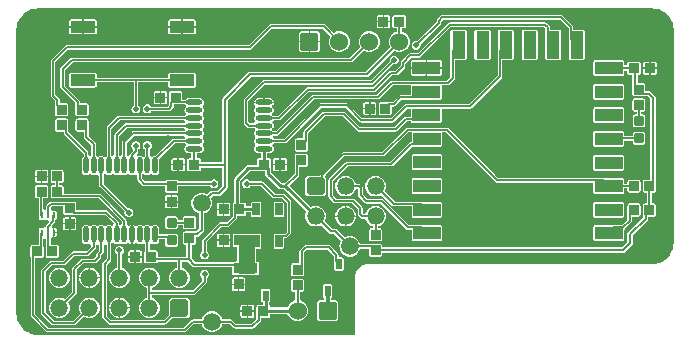
<source format=gbr>
%TF.GenerationSoftware,Altium Limited,Altium Designer,20.1.8 (145)*%
G04 Layer_Physical_Order=1*
G04 Layer_Color=2232046*
%FSLAX45Y45*%
%MOMM*%
%TF.SameCoordinates,98D083CD-8668-4ABA-A521-F4C8EB5CE2D3*%
%TF.FilePolarity,Positive*%
%TF.FileFunction,Copper,L1,Top,Signal*%
%TF.Part,Single*%
G01*
G75*
%TA.AperFunction,SMDPad,CuDef*%
G04:AMPARAMS|DCode=10|XSize=0.85mm|YSize=0.85mm|CornerRadius=0.0425mm|HoleSize=0mm|Usage=FLASHONLY|Rotation=270.000|XOffset=0mm|YOffset=0mm|HoleType=Round|Shape=RoundedRectangle|*
%AMROUNDEDRECTD10*
21,1,0.85000,0.76500,0,0,270.0*
21,1,0.76500,0.85000,0,0,270.0*
1,1,0.08500,-0.38250,-0.38250*
1,1,0.08500,-0.38250,0.38250*
1,1,0.08500,0.38250,0.38250*
1,1,0.08500,0.38250,-0.38250*
%
%ADD10ROUNDEDRECTD10*%
%ADD11C,1.50000*%
%ADD12O,0.45000X1.40000*%
%ADD13O,1.40000X0.45000*%
G04:AMPARAMS|DCode=14|XSize=0.55mm|YSize=0.9mm|CornerRadius=0.0275mm|HoleSize=0mm|Usage=FLASHONLY|Rotation=0.000|XOffset=0mm|YOffset=0mm|HoleType=Round|Shape=RoundedRectangle|*
%AMROUNDEDRECTD14*
21,1,0.55000,0.84500,0,0,0.0*
21,1,0.49500,0.90000,0,0,0.0*
1,1,0.05500,0.24750,-0.42250*
1,1,0.05500,-0.24750,-0.42250*
1,1,0.05500,-0.24750,0.42250*
1,1,0.05500,0.24750,0.42250*
%
%ADD14ROUNDEDRECTD14*%
G04:AMPARAMS|DCode=15|XSize=0.8mm|YSize=0.8mm|CornerRadius=0.04mm|HoleSize=0mm|Usage=FLASHONLY|Rotation=0.000|XOffset=0mm|YOffset=0mm|HoleType=Round|Shape=RoundedRectangle|*
%AMROUNDEDRECTD15*
21,1,0.80000,0.72000,0,0,0.0*
21,1,0.72000,0.80000,0,0,0.0*
1,1,0.08000,0.36000,-0.36000*
1,1,0.08000,-0.36000,-0.36000*
1,1,0.08000,-0.36000,0.36000*
1,1,0.08000,0.36000,0.36000*
%
%ADD15ROUNDEDRECTD15*%
%TA.AperFunction,ConnectorPad*%
G04:AMPARAMS|DCode=16|XSize=1.1mm|YSize=2.3mm|CornerRadius=0.0055mm|HoleSize=0mm|Usage=FLASHONLY|Rotation=270.000|XOffset=0mm|YOffset=0mm|HoleType=Round|Shape=RoundedRectangle|*
%AMROUNDEDRECTD16*
21,1,1.10000,2.28900,0,0,270.0*
21,1,1.08900,2.30000,0,0,270.0*
1,1,0.01100,-1.14450,-0.54450*
1,1,0.01100,-1.14450,0.54450*
1,1,0.01100,1.14450,0.54450*
1,1,0.01100,1.14450,-0.54450*
%
%ADD16ROUNDEDRECTD16*%
G04:AMPARAMS|DCode=17|XSize=1.1mm|YSize=2.3mm|CornerRadius=0.0055mm|HoleSize=0mm|Usage=FLASHONLY|Rotation=0.000|XOffset=0mm|YOffset=0mm|HoleType=Round|Shape=RoundedRectangle|*
%AMROUNDEDRECTD17*
21,1,1.10000,2.28900,0,0,0.0*
21,1,1.08900,2.30000,0,0,0.0*
1,1,0.01100,0.54450,-1.14450*
1,1,0.01100,-0.54450,-1.14450*
1,1,0.01100,-0.54450,1.14450*
1,1,0.01100,0.54450,1.14450*
%
%ADD17ROUNDEDRECTD17*%
%TA.AperFunction,SMDPad,CuDef*%
G04:AMPARAMS|DCode=18|XSize=0.85mm|YSize=0.85mm|CornerRadius=0.0425mm|HoleSize=0mm|Usage=FLASHONLY|Rotation=0.000|XOffset=0mm|YOffset=0mm|HoleType=Round|Shape=RoundedRectangle|*
%AMROUNDEDRECTD18*
21,1,0.85000,0.76500,0,0,0.0*
21,1,0.76500,0.85000,0,0,0.0*
1,1,0.08500,0.38250,-0.38250*
1,1,0.08500,-0.38250,-0.38250*
1,1,0.08500,-0.38250,0.38250*
1,1,0.08500,0.38250,0.38250*
%
%ADD18ROUNDEDRECTD18*%
G04:AMPARAMS|DCode=19|XSize=0.85mm|YSize=0.9mm|CornerRadius=0.0425mm|HoleSize=0mm|Usage=FLASHONLY|Rotation=90.000|XOffset=0mm|YOffset=0mm|HoleType=Round|Shape=RoundedRectangle|*
%AMROUNDEDRECTD19*
21,1,0.85000,0.81500,0,0,90.0*
21,1,0.76500,0.90000,0,0,90.0*
1,1,0.08500,0.40750,0.38250*
1,1,0.08500,0.40750,-0.38250*
1,1,0.08500,-0.40750,-0.38250*
1,1,0.08500,-0.40750,0.38250*
%
%ADD19ROUNDEDRECTD19*%
G04:AMPARAMS|DCode=20|XSize=0.85mm|YSize=0.9mm|CornerRadius=0.0425mm|HoleSize=0mm|Usage=FLASHONLY|Rotation=180.000|XOffset=0mm|YOffset=0mm|HoleType=Round|Shape=RoundedRectangle|*
%AMROUNDEDRECTD20*
21,1,0.85000,0.81500,0,0,180.0*
21,1,0.76500,0.90000,0,0,180.0*
1,1,0.08500,-0.38250,0.40750*
1,1,0.08500,0.38250,0.40750*
1,1,0.08500,0.38250,-0.40750*
1,1,0.08500,-0.38250,-0.40750*
%
%ADD20ROUNDEDRECTD20*%
G04:AMPARAMS|DCode=21|XSize=2.1mm|YSize=1mm|CornerRadius=0.05mm|HoleSize=0mm|Usage=FLASHONLY|Rotation=180.000|XOffset=0mm|YOffset=0mm|HoleType=Round|Shape=RoundedRectangle|*
%AMROUNDEDRECTD21*
21,1,2.10000,0.90000,0,0,180.0*
21,1,2.00000,1.00000,0,0,180.0*
1,1,0.10000,-1.00000,0.45000*
1,1,0.10000,1.00000,0.45000*
1,1,0.10000,1.00000,-0.45000*
1,1,0.10000,-1.00000,-0.45000*
%
%ADD21ROUNDEDRECTD21*%
G04:AMPARAMS|DCode=22|XSize=0.6mm|YSize=1.05mm|CornerRadius=0.03mm|HoleSize=0mm|Usage=FLASHONLY|Rotation=180.000|XOffset=0mm|YOffset=0mm|HoleType=Round|Shape=RoundedRectangle|*
%AMROUNDEDRECTD22*
21,1,0.60000,0.99000,0,0,180.0*
21,1,0.54000,1.05000,0,0,180.0*
1,1,0.06000,-0.27000,0.49500*
1,1,0.06000,0.27000,0.49500*
1,1,0.06000,0.27000,-0.49500*
1,1,0.06000,-0.27000,-0.49500*
%
%ADD22ROUNDEDRECTD22*%
G04:AMPARAMS|DCode=23|XSize=0.25mm|YSize=0.55mm|CornerRadius=0.0125mm|HoleSize=0mm|Usage=FLASHONLY|Rotation=0.000|XOffset=0mm|YOffset=0mm|HoleType=Round|Shape=RoundedRectangle|*
%AMROUNDEDRECTD23*
21,1,0.25000,0.52500,0,0,0.0*
21,1,0.22500,0.55000,0,0,0.0*
1,1,0.02500,0.11250,-0.26250*
1,1,0.02500,-0.11250,-0.26250*
1,1,0.02500,-0.11250,0.26250*
1,1,0.02500,0.11250,0.26250*
%
%ADD23ROUNDEDRECTD23*%
%TA.AperFunction,Conductor*%
%ADD24C,0.12700*%
%ADD25C,0.15240*%
%ADD26C,0.20320*%
%ADD27C,0.25400*%
%ADD28C,0.30480*%
%TA.AperFunction,ComponentPad*%
%ADD29C,1.50000*%
G04:AMPARAMS|DCode=30|XSize=1.524mm|YSize=1.524mm|CornerRadius=0.1905mm|HoleSize=0mm|Usage=FLASHONLY|Rotation=180.000|XOffset=0mm|YOffset=0mm|HoleType=Round|Shape=RoundedRectangle|*
%AMROUNDEDRECTD30*
21,1,1.52400,1.14300,0,0,180.0*
21,1,1.14300,1.52400,0,0,180.0*
1,1,0.38100,-0.57150,0.57150*
1,1,0.38100,0.57150,0.57150*
1,1,0.38100,0.57150,-0.57150*
1,1,0.38100,-0.57150,-0.57150*
%
%ADD30ROUNDEDRECTD30*%
%ADD31C,1.52400*%
G04:AMPARAMS|DCode=32|XSize=1.5mm|YSize=1.45mm|CornerRadius=0.18125mm|HoleSize=0mm|Usage=FLASHONLY|Rotation=180.000|XOffset=0mm|YOffset=0mm|HoleType=Round|Shape=RoundedRectangle|*
%AMROUNDEDRECTD32*
21,1,1.50000,1.08750,0,0,180.0*
21,1,1.13750,1.45000,0,0,180.0*
1,1,0.36250,-0.56875,0.54375*
1,1,0.36250,0.56875,0.54375*
1,1,0.36250,0.56875,-0.54375*
1,1,0.36250,-0.56875,-0.54375*
%
%ADD32ROUNDEDRECTD32*%
%ADD33O,1.50000X1.45000*%
%TA.AperFunction,ViaPad*%
%ADD34C,3.00000*%
%ADD35C,0.50000*%
G36*
X200000Y2781870D02*
X5400001D01*
X5400001Y2781870D01*
Y2781870D01*
X5417330Y2780781D01*
X5428495Y2779903D01*
X5456287Y2773230D01*
X5482693Y2762293D01*
X5507064Y2747359D01*
X5528797Y2728796D01*
X5547360Y2707062D01*
X5562294Y2682692D01*
X5573232Y2656286D01*
X5579904Y2628494D01*
X5582069Y2600990D01*
X5581872Y2600000D01*
Y800000D01*
X5582069Y799010D01*
X5579904Y771506D01*
X5573232Y743714D01*
X5562294Y717307D01*
X5547360Y692937D01*
X5528797Y671203D01*
X5507063Y652641D01*
X5482693Y637707D01*
X5456287Y626769D01*
X5428494Y620096D01*
X5400990Y617932D01*
X5400000Y618129D01*
X3000000Y618129D01*
Y618350D01*
X2976911Y616076D01*
X2954709Y609341D01*
X2934248Y598405D01*
X2916314Y583686D01*
X2901596Y565752D01*
X2890659Y545291D01*
X2883924Y523089D01*
X2881650Y500001D01*
X2881872D01*
Y18128D01*
X200000D01*
X199010Y17931D01*
X171506Y20096D01*
X143714Y26768D01*
X117307Y37706D01*
X92937Y52640D01*
X71203Y71203D01*
X52640Y92937D01*
X37706Y117307D01*
X26768Y143714D01*
X20096Y171506D01*
X17944Y198843D01*
X18128Y199769D01*
X18128Y2600000D01*
X17931Y2600989D01*
X20096Y2628493D01*
X26768Y2656285D01*
X37706Y2682691D01*
X52640Y2707062D01*
X71203Y2728796D01*
X92937Y2747358D01*
X117307Y2762292D01*
X143714Y2773230D01*
X171506Y2779903D01*
X199010Y2782067D01*
X200000Y2781870D01*
D02*
G37*
%LPC*%
G36*
X3165450Y2725072D02*
X3131050D01*
Y2675890D01*
X3182732D01*
Y2707790D01*
X3181416Y2714404D01*
X3177670Y2720010D01*
X3172063Y2723757D01*
X3165450Y2725072D01*
D02*
G37*
G36*
X3118350D02*
X3083950D01*
X3077336Y2723757D01*
X3071730Y2720010D01*
X3067983Y2714404D01*
X3066668Y2707790D01*
Y2675890D01*
X3118350D01*
Y2725072D01*
D02*
G37*
G36*
X680000Y2688047D02*
X586350D01*
Y2631350D01*
X698047D01*
Y2670000D01*
X696673Y2676906D01*
X692761Y2682761D01*
X686906Y2686673D01*
X680000Y2688047D01*
D02*
G37*
G36*
X1520000D02*
X1426350D01*
Y2631350D01*
X1538047D01*
Y2670000D01*
X1536673Y2676906D01*
X1532761Y2682761D01*
X1526906Y2686673D01*
X1520000Y2688047D01*
D02*
G37*
G36*
X573650D02*
X480000D01*
X473094Y2686673D01*
X467239Y2682761D01*
X463327Y2676906D01*
X461953Y2670000D01*
Y2631350D01*
X573650D01*
Y2688047D01*
D02*
G37*
G36*
X1413650D02*
X1320000D01*
X1313094Y2686673D01*
X1307239Y2682761D01*
X1303327Y2676906D01*
X1301953Y2670000D01*
Y2631350D01*
X1413650D01*
Y2688047D01*
D02*
G37*
G36*
X3182732Y2663190D02*
X3131050D01*
Y2614008D01*
X3165450D01*
X3172063Y2615323D01*
X3177670Y2619070D01*
X3181416Y2624676D01*
X3182732Y2631290D01*
Y2663190D01*
D02*
G37*
G36*
X3118350D02*
X3066668D01*
Y2631290D01*
X3067983Y2624676D01*
X3071730Y2619070D01*
X3077336Y2615323D01*
X3083950Y2614008D01*
X3118350D01*
Y2663190D01*
D02*
G37*
G36*
X1538047Y2618650D02*
X1426350D01*
Y2561953D01*
X1520000D01*
X1526906Y2563327D01*
X1532761Y2567239D01*
X1536673Y2573094D01*
X1538047Y2580000D01*
Y2618650D01*
D02*
G37*
G36*
X1413650D02*
X1301953D01*
Y2580000D01*
X1303327Y2573094D01*
X1307239Y2567239D01*
X1313094Y2563327D01*
X1320000Y2561953D01*
X1413650D01*
Y2618650D01*
D02*
G37*
G36*
X698047D02*
X586350D01*
Y2561953D01*
X680000D01*
X686906Y2563327D01*
X692761Y2567239D01*
X696673Y2573094D01*
X698047Y2580000D01*
Y2618650D01*
D02*
G37*
G36*
X573650D02*
X461953D01*
Y2580000D01*
X463327Y2573094D01*
X467239Y2567239D01*
X473094Y2563327D01*
X480000Y2561953D01*
X573650D01*
Y2618650D01*
D02*
G37*
G36*
X2554850Y2589522D02*
X2504050D01*
Y2506350D01*
X2587222D01*
Y2557150D01*
X2584758Y2569538D01*
X2577740Y2580040D01*
X2567238Y2587058D01*
X2554850Y2589522D01*
D02*
G37*
G36*
X2491350D02*
X2440550D01*
X2428162Y2587058D01*
X2417659Y2580040D01*
X2410642Y2569538D01*
X2408178Y2557150D01*
Y2506350D01*
X2491350D01*
Y2589522D01*
D02*
G37*
G36*
X3300450Y2725072D02*
X3218950D01*
X3212336Y2723757D01*
X3206730Y2720010D01*
X3202983Y2714404D01*
X3201668Y2707790D01*
Y2631290D01*
X3202983Y2624676D01*
X3206730Y2619070D01*
X3212336Y2615323D01*
X3218950Y2614008D01*
X3236392D01*
Y2585830D01*
X3225515Y2582530D01*
X3210071Y2574275D01*
X3196534Y2563166D01*
X3185424Y2549629D01*
X3177169Y2534185D01*
X3172086Y2517427D01*
X3170370Y2500000D01*
X3172086Y2482572D01*
X3177169Y2465815D01*
X3182528Y2455790D01*
X2972946Y2246208D01*
X1997179D01*
X1988259Y2244434D01*
X1980698Y2239381D01*
X1766080Y2024763D01*
X1761027Y2017201D01*
X1759253Y2008282D01*
Y1481268D01*
X1580832D01*
Y1496210D01*
X1579517Y1502824D01*
X1575770Y1508430D01*
X1570163Y1512177D01*
X1563550Y1513492D01*
X1546108D01*
Y1559496D01*
X1570300D01*
X1579489Y1560706D01*
X1588052Y1564253D01*
X1595405Y1569895D01*
X1601047Y1577248D01*
X1604594Y1585811D01*
X1605804Y1595000D01*
X1604594Y1604189D01*
X1601047Y1612752D01*
X1595405Y1620105D01*
Y1634895D01*
X1601047Y1642248D01*
X1604594Y1650811D01*
X1605804Y1660000D01*
X1604594Y1669189D01*
X1601047Y1677752D01*
X1595405Y1685105D01*
Y1699895D01*
X1601047Y1707248D01*
X1604594Y1715811D01*
X1605804Y1725000D01*
X1604594Y1734189D01*
X1601047Y1742752D01*
X1595405Y1750105D01*
Y1764895D01*
X1601047Y1772248D01*
X1604594Y1780811D01*
X1605804Y1790000D01*
X1604594Y1799189D01*
X1601047Y1807752D01*
X1595405Y1815105D01*
Y1829895D01*
X1601047Y1837248D01*
X1604594Y1845811D01*
X1605804Y1855000D01*
X1604594Y1864189D01*
X1601047Y1872752D01*
X1595405Y1880105D01*
Y1894895D01*
X1601047Y1902248D01*
X1604594Y1910811D01*
X1605804Y1920000D01*
X1604594Y1929189D01*
X1601047Y1937752D01*
X1595405Y1945105D01*
Y1959895D01*
X1601047Y1967248D01*
X1604594Y1975811D01*
X1605804Y1985000D01*
X1604594Y1994189D01*
X1601047Y2002752D01*
X1595405Y2010105D01*
X1588052Y2015747D01*
X1579489Y2019294D01*
X1570300Y2020503D01*
X1475300D01*
X1466111Y2019294D01*
X1457548Y2015747D01*
X1450195Y2010105D01*
X1449447Y2009130D01*
X1422052D01*
Y2064107D01*
X1420737Y2070720D01*
X1416990Y2076327D01*
X1411384Y2080073D01*
X1404770Y2081389D01*
X1328270D01*
X1321656Y2080073D01*
X1316050Y2076327D01*
X1312303Y2070720D01*
X1310988Y2064107D01*
Y1987606D01*
X1311264Y1986220D01*
X1310947Y1984626D01*
Y1961179D01*
X1300817Y1951049D01*
X1159196D01*
X1153468Y1958514D01*
X1145593Y1964557D01*
X1136422Y1968356D01*
X1126580Y1969652D01*
X1116738Y1968356D01*
X1107567Y1964557D01*
X1099692Y1958514D01*
X1093649Y1950639D01*
X1089850Y1941468D01*
X1088555Y1931626D01*
X1089850Y1921785D01*
X1093649Y1912614D01*
X1099692Y1904738D01*
X1107567Y1898695D01*
X1116738Y1894897D01*
X1126580Y1893601D01*
X1136422Y1894897D01*
X1145593Y1898695D01*
X1153468Y1904738D01*
X1159196Y1912203D01*
X1308863D01*
X1316296Y1913682D01*
X1322597Y1917892D01*
X1344103Y1939399D01*
X1344104Y1939399D01*
X1348315Y1945701D01*
X1349793Y1953134D01*
X1349793Y1953135D01*
Y1970324D01*
X1402463D01*
X1402670Y1970283D01*
X1443296D01*
X1444553Y1967248D01*
X1450195Y1959895D01*
Y1945105D01*
X1444553Y1937752D01*
X1441006Y1929189D01*
X1439796Y1920000D01*
X1441006Y1910811D01*
X1444553Y1902248D01*
X1450195Y1894895D01*
Y1890397D01*
X1434768Y1874423D01*
X886043D01*
X886042Y1874423D01*
X878609Y1872944D01*
X872308Y1868734D01*
X872307Y1868733D01*
X787846Y1784272D01*
X783635Y1777971D01*
X782157Y1770538D01*
Y1530265D01*
X776475Y1525905D01*
X761685D01*
X754332Y1531547D01*
X745769Y1535094D01*
X736580Y1536304D01*
X727391Y1535094D01*
X718828Y1531547D01*
X711475Y1525905D01*
X706978D01*
X691003Y1541332D01*
Y1631564D01*
X689525Y1638997D01*
X685314Y1645298D01*
X629013Y1701600D01*
Y1758130D01*
X628972Y1758337D01*
Y1832530D01*
X627657Y1839143D01*
X623910Y1844750D01*
X618304Y1848496D01*
X611690Y1849812D01*
X535190D01*
X528577Y1848496D01*
X522970Y1844750D01*
X519223Y1839143D01*
X517908Y1832530D01*
Y1756030D01*
X519223Y1749416D01*
X522970Y1743810D01*
X528577Y1740063D01*
X535190Y1738748D01*
X590167D01*
Y1693554D01*
X591646Y1686121D01*
X595856Y1679820D01*
X652157Y1623519D01*
Y1541814D01*
X643783Y1534947D01*
X626003Y1543361D01*
Y1558706D01*
X626003Y1558707D01*
X624524Y1566140D01*
X620314Y1572441D01*
X620313Y1572442D01*
X456893Y1735862D01*
Y1758130D01*
X456852Y1758337D01*
Y1832530D01*
X455537Y1839143D01*
X451790Y1844750D01*
X446184Y1848496D01*
X439570Y1849812D01*
X363070D01*
X356456Y1848496D01*
X350850Y1844750D01*
X347103Y1839143D01*
X345788Y1832530D01*
Y1756030D01*
X347103Y1749416D01*
X350850Y1743810D01*
X356456Y1740063D01*
X363070Y1738748D01*
X418047D01*
Y1727817D01*
X419525Y1720384D01*
X423736Y1714082D01*
X587157Y1550662D01*
Y1530264D01*
X581475Y1525905D01*
X575833Y1518552D01*
X572286Y1509989D01*
X571076Y1500800D01*
Y1405800D01*
X572286Y1396611D01*
X575833Y1388048D01*
X581475Y1380695D01*
X588828Y1375053D01*
X597391Y1371506D01*
X606580Y1370296D01*
X615769Y1371506D01*
X624332Y1375053D01*
X631685Y1380695D01*
X646475D01*
X653828Y1375053D01*
X662391Y1371506D01*
X671580Y1370296D01*
X680769Y1371506D01*
X689332Y1375053D01*
X696685Y1380695D01*
X701182D01*
X717157Y1365268D01*
Y1286844D01*
X718635Y1279410D01*
X722846Y1273109D01*
X933004Y1062950D01*
X931776Y1053622D01*
X933072Y1043780D01*
X936871Y1034609D01*
X942914Y1026734D01*
X950789Y1020691D01*
X959960Y1016892D01*
X969802Y1015596D01*
X979643Y1016892D01*
X988814Y1020691D01*
X996690Y1026734D01*
X1002733Y1034609D01*
X1006531Y1043780D01*
X1007827Y1053622D01*
X1006531Y1063463D01*
X1002733Y1072634D01*
X996690Y1080510D01*
X988814Y1086553D01*
X979643Y1090351D01*
X969802Y1091647D01*
X960473Y1090419D01*
X756003Y1294889D01*
Y1376336D01*
X761685Y1380695D01*
X776475D01*
X783828Y1375053D01*
X792391Y1371506D01*
X801580Y1370296D01*
X810769Y1371506D01*
X819332Y1375053D01*
X826685Y1380695D01*
X841475D01*
X848828Y1375053D01*
X857391Y1371506D01*
X866580Y1370296D01*
X875769Y1371506D01*
X884332Y1375053D01*
X891685Y1380695D01*
X906475D01*
X913828Y1375053D01*
X922391Y1371506D01*
X931580Y1370296D01*
X940769Y1371506D01*
X949332Y1375053D01*
X956685Y1380695D01*
X971475D01*
X978828Y1375053D01*
X987391Y1371506D01*
X996580Y1370296D01*
X1005769Y1371506D01*
X1014332Y1375053D01*
X1021685Y1380695D01*
X1026183D01*
X1042157Y1365268D01*
Y1334330D01*
X1043635Y1326897D01*
X1047846Y1320596D01*
X1084537Y1283905D01*
X1090838Y1279695D01*
X1098271Y1278216D01*
X1275768D01*
Y1236425D01*
X1277084Y1229811D01*
X1280830Y1224205D01*
X1286437Y1220458D01*
X1293050Y1219143D01*
X1369550D01*
X1376164Y1220458D01*
X1381770Y1224205D01*
X1385517Y1229811D01*
X1386832Y1236425D01*
Y1278216D01*
X1656974D01*
X1662702Y1270751D01*
X1670577Y1264708D01*
X1679748Y1260910D01*
X1689589Y1259614D01*
X1699431Y1260910D01*
X1708602Y1264708D01*
X1716477Y1270751D01*
X1722520Y1278627D01*
X1726319Y1287798D01*
X1727615Y1297639D01*
X1726319Y1307481D01*
X1722520Y1316652D01*
X1716477Y1324527D01*
X1708602Y1330570D01*
X1699431Y1334369D01*
X1689589Y1335665D01*
X1679748Y1334369D01*
X1670577Y1330570D01*
X1662702Y1324527D01*
X1656974Y1317062D01*
X1386009D01*
X1385517Y1319538D01*
X1381770Y1325145D01*
X1376164Y1328891D01*
X1369550Y1330207D01*
X1293050D01*
X1286437Y1328891D01*
X1280830Y1325145D01*
X1277084Y1319538D01*
X1276591Y1317062D01*
X1106316D01*
X1081003Y1342376D01*
Y1376336D01*
X1086685Y1380695D01*
X1101475D01*
X1108828Y1375053D01*
X1117391Y1371506D01*
X1126580Y1370296D01*
X1135769Y1371506D01*
X1144332Y1375053D01*
X1151685Y1380695D01*
X1166475D01*
X1173828Y1375053D01*
X1182391Y1371506D01*
X1191580Y1370296D01*
X1200769Y1371506D01*
X1209332Y1375053D01*
X1216685Y1380695D01*
X1222327Y1388048D01*
X1225874Y1396611D01*
X1227084Y1405800D01*
Y1500800D01*
X1225920Y1509636D01*
X1356861Y1640577D01*
X1445836D01*
X1450195Y1634895D01*
Y1620104D01*
X1444553Y1612752D01*
X1441006Y1604189D01*
X1439796Y1595000D01*
X1441006Y1585811D01*
X1444553Y1577248D01*
X1450195Y1569895D01*
X1457548Y1564253D01*
X1466111Y1560706D01*
X1475300Y1559496D01*
X1499492D01*
Y1513492D01*
X1482050D01*
X1475437Y1512177D01*
X1469830Y1508430D01*
X1466084Y1502824D01*
X1464768Y1496210D01*
Y1419710D01*
X1466084Y1413096D01*
X1469830Y1407490D01*
X1475437Y1403743D01*
X1482050Y1402428D01*
X1563550D01*
X1570163Y1403743D01*
X1575770Y1407490D01*
X1579517Y1413096D01*
X1580832Y1419710D01*
Y1434652D01*
X1759253D01*
Y1275396D01*
X1722232Y1238375D01*
X1670394D01*
X1661474Y1236601D01*
X1653913Y1231548D01*
X1628799Y1206435D01*
X1619199Y1211566D01*
X1602668Y1216581D01*
X1585476Y1218274D01*
X1568284Y1216581D01*
X1551752Y1211566D01*
X1536517Y1203422D01*
X1523163Y1192463D01*
X1512203Y1179109D01*
X1504060Y1163873D01*
X1499045Y1147342D01*
X1497352Y1130150D01*
X1499045Y1112957D01*
X1504060Y1096426D01*
X1512203Y1081190D01*
X1523163Y1067836D01*
X1536517Y1056877D01*
X1551752Y1048733D01*
X1561963Y1045636D01*
Y917972D01*
X1537140Y893148D01*
X1513160D01*
X1512578Y893032D01*
X1442570D01*
X1435956Y891717D01*
X1430350Y887971D01*
X1426603Y882364D01*
X1425288Y875750D01*
Y799250D01*
X1426603Y792637D01*
X1430350Y787030D01*
X1435956Y783284D01*
X1442570Y781968D01*
X1457512D01*
Y679860D01*
X1216911D01*
Y715803D01*
X1215596Y722416D01*
X1211850Y728023D01*
X1206243Y731769D01*
X1199630Y733085D01*
X1149888D01*
Y788105D01*
X1163126Y794162D01*
X1167386Y794996D01*
X1173828Y790053D01*
X1182391Y786506D01*
X1191580Y785296D01*
X1200769Y786506D01*
X1209332Y790053D01*
X1216685Y795695D01*
X1222327Y803048D01*
X1225874Y811611D01*
X1227084Y820800D01*
Y829162D01*
X1278273D01*
Y781500D01*
X1279569Y774984D01*
X1283260Y769460D01*
X1288784Y765769D01*
X1295300Y764473D01*
X1367300D01*
X1373816Y765769D01*
X1379340Y769460D01*
X1383031Y774984D01*
X1384327Y781500D01*
Y853500D01*
X1383031Y860016D01*
X1379340Y865540D01*
X1373816Y869231D01*
X1367300Y870527D01*
X1299279D01*
X1298920Y870598D01*
X1298919Y870598D01*
X1227084D01*
Y915800D01*
X1225874Y924989D01*
X1222327Y933552D01*
X1216685Y940905D01*
X1209332Y946547D01*
X1200769Y950094D01*
X1191580Y951304D01*
X1182391Y950094D01*
X1173828Y946547D01*
X1166475Y940905D01*
X1151685D01*
X1144332Y946547D01*
X1135769Y950094D01*
X1126580Y951304D01*
X1117391Y950094D01*
X1108828Y946547D01*
X1101475Y940905D01*
X1086685D01*
X1079332Y946547D01*
X1070769Y950094D01*
X1061580Y951304D01*
X1052391Y950094D01*
X1043828Y946547D01*
X1036475Y940905D01*
X1021685D01*
X1014332Y946547D01*
X1005769Y950094D01*
X1002930Y950468D01*
Y868300D01*
Y786132D01*
X1005769Y786506D01*
X1014332Y790053D01*
X1021685Y795695D01*
X1036475D01*
X1043828Y790053D01*
X1052391Y786506D01*
X1061580Y785296D01*
X1070769Y786506D01*
X1079332Y790053D01*
X1085774Y794996D01*
X1090035Y794162D01*
X1103272Y788105D01*
Y724076D01*
X1102163Y722416D01*
X1100848Y715803D01*
Y639303D01*
X1102163Y632689D01*
X1105909Y627082D01*
X1111516Y623336D01*
X1118130Y622021D01*
X1199630D01*
X1206243Y623336D01*
X1211850Y627082D01*
X1215596Y632689D01*
X1215706Y633245D01*
X1375091D01*
Y584182D01*
X1363137Y580555D01*
X1348336Y572644D01*
X1335362Y561997D01*
X1324715Y549024D01*
X1316804Y534222D01*
X1311932Y518162D01*
X1310287Y501460D01*
X1311932Y484758D01*
X1316804Y468698D01*
X1324715Y453896D01*
X1335362Y440923D01*
X1348336Y430276D01*
X1363137Y422365D01*
X1379197Y417493D01*
X1395899Y415848D01*
X1400899D01*
X1417601Y417493D01*
X1433662Y422365D01*
X1448463Y430276D01*
X1461436Y440923D01*
X1472083Y453896D01*
X1479994Y468698D01*
X1484866Y484758D01*
X1486511Y501460D01*
X1484866Y518162D01*
X1479994Y534222D01*
X1472083Y549024D01*
X1461436Y561997D01*
X1448463Y572644D01*
X1433662Y580555D01*
X1421707Y584182D01*
Y633245D01*
X1471170D01*
X1508275Y596140D01*
X1515837Y591087D01*
X1524756Y589313D01*
X1843068D01*
Y539571D01*
X1844384Y532957D01*
X1848130Y527350D01*
X1853737Y523604D01*
X1860350Y522289D01*
X1936851D01*
X1937266Y522372D01*
X2007780Y522372D01*
X2008051Y522318D01*
X2057550D01*
X2063579Y523517D01*
X2068689Y526932D01*
X2072104Y532042D01*
X2073303Y538071D01*
Y622571D01*
X2072104Y628599D01*
X2068689Y633709D01*
X2063579Y637124D01*
X2057550Y638323D01*
X2049107D01*
Y744333D01*
X2074800D01*
X2080926Y745551D01*
X2086119Y749021D01*
X2089589Y754215D01*
X2090808Y760340D01*
Y859340D01*
X2089589Y865466D01*
X2086119Y870659D01*
X2080926Y874130D01*
X2074800Y875348D01*
X2020800D01*
X2020505Y875289D01*
X1947391Y875289D01*
X1946970Y875373D01*
X1865470D01*
X1858857Y874057D01*
X1853250Y870311D01*
X1849504Y864704D01*
X1848189Y858091D01*
Y781591D01*
X1849504Y774977D01*
X1853250Y769370D01*
X1858857Y765624D01*
X1865470Y764309D01*
X1885650D01*
X1885651Y650925D01*
X1873078Y638353D01*
X1860350D01*
X1853737Y637037D01*
X1852078Y635929D01*
X1534411D01*
X1504128Y666212D01*
Y781968D01*
X1519070D01*
X1525684Y783284D01*
X1531290Y787030D01*
X1535037Y792637D01*
X1536352Y799250D01*
Y846532D01*
X1546794D01*
X1555713Y848307D01*
X1563275Y853359D01*
X1601752Y891836D01*
X1606805Y899398D01*
X1608579Y908317D01*
Y1045512D01*
X1619199Y1048733D01*
X1634435Y1056877D01*
X1647789Y1067836D01*
X1658749Y1081190D01*
X1666892Y1096426D01*
X1671907Y1112957D01*
X1673600Y1130150D01*
X1671907Y1147342D01*
X1666892Y1163873D01*
X1661761Y1173473D01*
X1680048Y1191760D01*
X1731886D01*
X1740806Y1193534D01*
X1748367Y1198586D01*
X1799042Y1249261D01*
X1804094Y1256822D01*
X1805868Y1265742D01*
Y1457960D01*
Y1998628D01*
X2006833Y2199592D01*
X2982600D01*
X2991520Y2201366D01*
X2999081Y2206419D01*
X3215490Y2422828D01*
X3225515Y2417469D01*
X3242272Y2412386D01*
X3259700Y2410670D01*
X3277127Y2412386D01*
X3293885Y2417469D01*
X3309329Y2425724D01*
X3322866Y2436834D01*
X3333975Y2450371D01*
X3342230Y2465815D01*
X3347314Y2482572D01*
X3349030Y2500000D01*
X3347314Y2517427D01*
X3342230Y2534185D01*
X3333975Y2549629D01*
X3322866Y2563166D01*
X3309329Y2574275D01*
X3293885Y2582530D01*
X3283008Y2585830D01*
Y2614008D01*
X3300450D01*
X3307063Y2615323D01*
X3312670Y2619070D01*
X3316416Y2624676D01*
X3317732Y2631290D01*
Y2707790D01*
X3316416Y2714404D01*
X3312670Y2720010D01*
X3307063Y2723757D01*
X3300450Y2725072D01*
D02*
G37*
G36*
X3005700Y2589330D02*
X2988272Y2587614D01*
X2971515Y2582530D01*
X2956071Y2574275D01*
X2942534Y2563166D01*
X2931424Y2549629D01*
X2923169Y2534185D01*
X2918086Y2517427D01*
X2916370Y2500000D01*
X2918086Y2482572D01*
X2923169Y2465815D01*
X2930441Y2452210D01*
X2843982Y2365750D01*
X487643D01*
X487642Y2365750D01*
X480209Y2364272D01*
X473908Y2360061D01*
X473907Y2360061D01*
X395160Y2281314D01*
X390950Y2275012D01*
X389471Y2267579D01*
Y2118360D01*
X390950Y2110927D01*
X395160Y2104625D01*
X517867Y1981919D01*
Y1960430D01*
X517908Y1960223D01*
Y1886030D01*
X519223Y1879416D01*
X522970Y1873810D01*
X528577Y1870063D01*
X535190Y1868748D01*
X611690D01*
X618304Y1870063D01*
X623910Y1873810D01*
X627657Y1879416D01*
X628972Y1886030D01*
Y1962530D01*
X627657Y1969143D01*
X623910Y1974750D01*
X618304Y1978496D01*
X611690Y1979812D01*
X556713D01*
Y1989964D01*
X555235Y1997397D01*
X551024Y2003698D01*
X428317Y2126405D01*
Y2259534D01*
X495687Y2326904D01*
X2852027D01*
X2859460Y2328382D01*
X2865761Y2332593D01*
X2957910Y2424741D01*
X2971515Y2417469D01*
X2988272Y2412386D01*
X3005700Y2410670D01*
X3023127Y2412386D01*
X3039885Y2417469D01*
X3055329Y2425724D01*
X3068866Y2436834D01*
X3079975Y2450371D01*
X3088230Y2465815D01*
X3093314Y2482572D01*
X3095030Y2500000D01*
X3093314Y2517427D01*
X3088230Y2534185D01*
X3079975Y2549629D01*
X3068866Y2563166D01*
X3055329Y2574275D01*
X3039885Y2582530D01*
X3023127Y2587614D01*
X3005700Y2589330D01*
D02*
G37*
G36*
X2622481Y2648642D02*
X2172019D01*
X2164586Y2647164D01*
X2158285Y2642953D01*
X2158284Y2642953D01*
X1986236Y2470904D01*
X445663D01*
X438230Y2469426D01*
X431929Y2465215D01*
X315500Y2348786D01*
X311290Y2342485D01*
X309811Y2335052D01*
Y2041829D01*
X311290Y2034395D01*
X315500Y2028094D01*
X345747Y1997848D01*
Y1960430D01*
X345788Y1960223D01*
Y1886030D01*
X347103Y1879416D01*
X350850Y1873810D01*
X356456Y1870063D01*
X363070Y1868748D01*
X439570D01*
X446184Y1870063D01*
X451790Y1873810D01*
X455537Y1879416D01*
X456852Y1886030D01*
Y1962530D01*
X455537Y1969143D01*
X451790Y1974750D01*
X446184Y1978496D01*
X439570Y1979812D01*
X384593D01*
Y2005892D01*
X384593Y2005893D01*
X383115Y2013326D01*
X378904Y2019627D01*
X378903Y2019628D01*
X348657Y2049874D01*
Y2327007D01*
X453709Y2432058D01*
X1994281D01*
X2001714Y2433536D01*
X2008015Y2437747D01*
X2180064Y2609796D01*
X2614435D01*
X2676441Y2547790D01*
X2669169Y2534185D01*
X2664086Y2517427D01*
X2662370Y2500000D01*
X2664086Y2482572D01*
X2669169Y2465815D01*
X2677424Y2450371D01*
X2688534Y2436834D01*
X2702071Y2425724D01*
X2717515Y2417469D01*
X2734272Y2412386D01*
X2751700Y2410670D01*
X2769127Y2412386D01*
X2785885Y2417469D01*
X2801329Y2425724D01*
X2814866Y2436834D01*
X2825975Y2450371D01*
X2834230Y2465815D01*
X2839314Y2482572D01*
X2841030Y2500000D01*
X2839314Y2517427D01*
X2834230Y2534185D01*
X2825975Y2549629D01*
X2814866Y2563166D01*
X2801329Y2574275D01*
X2785885Y2582530D01*
X2769127Y2587614D01*
X2751700Y2589330D01*
X2734272Y2587614D01*
X2717515Y2582530D01*
X2703910Y2575259D01*
X2636215Y2642953D01*
X2629914Y2647164D01*
X2622481Y2648642D01*
D02*
G37*
G36*
X2587222Y2493650D02*
X2504050D01*
Y2410478D01*
X2554850D01*
X2567238Y2412942D01*
X2577740Y2419959D01*
X2584758Y2430461D01*
X2587222Y2442850D01*
Y2493650D01*
D02*
G37*
G36*
X2491350D02*
X2408178D01*
Y2442850D01*
X2410642Y2430461D01*
X2417659Y2419959D01*
X2428162Y2412942D01*
X2440550Y2410478D01*
X2491350D01*
Y2493650D01*
D02*
G37*
G36*
X4630145Y2724476D02*
X3620983D01*
X3613550Y2722998D01*
X3607249Y2718787D01*
X3607248Y2718787D01*
X3581015Y2692554D01*
X3576805Y2686253D01*
X3575326Y2678820D01*
Y2670021D01*
X3411596Y2506291D01*
X3402264Y2507519D01*
X3392423Y2506224D01*
X3383252Y2502425D01*
X3375377Y2496382D01*
X3369334Y2488507D01*
X3365535Y2479336D01*
X3364239Y2469494D01*
X3365535Y2459652D01*
X3369334Y2450482D01*
X3375377Y2442606D01*
X3383252Y2436563D01*
X3392423Y2432765D01*
X3402264Y2431469D01*
X3412106Y2432765D01*
X3421277Y2436563D01*
X3429152Y2442606D01*
X3435195Y2450482D01*
X3438994Y2459652D01*
X3440290Y2469494D01*
X3439062Y2478820D01*
X3608484Y2648242D01*
X3612694Y2654543D01*
X3614173Y2661976D01*
Y2670774D01*
X3629028Y2685630D01*
X4622099D01*
X4693543Y2614187D01*
Y2522559D01*
X4693657Y2521987D01*
Y2359459D01*
X4694685Y2354289D01*
X4697613Y2349907D01*
X4701996Y2346978D01*
X4707166Y2345950D01*
X4816066D01*
X4821236Y2346978D01*
X4825619Y2349907D01*
X4828547Y2354289D01*
X4829576Y2359459D01*
Y2588360D01*
X4828547Y2593529D01*
X4825619Y2597912D01*
X4821236Y2600841D01*
X4816066Y2601869D01*
X4732389D01*
Y2622232D01*
X4730911Y2629665D01*
X4726700Y2635966D01*
X4726699Y2635967D01*
X4643879Y2718787D01*
X4637578Y2722998D01*
X4630145Y2724476D01*
D02*
G37*
G36*
X4494004Y2662940D02*
X3684827D01*
X3677394Y2661461D01*
X3671093Y2657251D01*
X3416844Y2403002D01*
X3353411D01*
X3353410Y2403003D01*
X3345977Y2401524D01*
X3339675Y2397313D01*
X3277538Y2335176D01*
X3273328Y2328875D01*
X3271849Y2321442D01*
Y2301051D01*
X3225651Y2254852D01*
X3189516D01*
X3182083Y2253374D01*
X3175782Y2249164D01*
X3040726Y2114108D01*
X2483043D01*
X2475609Y2112629D01*
X2469308Y2108419D01*
X2235312Y1874423D01*
X2189765D01*
X2185405Y1880105D01*
Y1894895D01*
X2191047Y1902248D01*
X2194594Y1910811D01*
X2195804Y1920000D01*
X2194594Y1929189D01*
X2191047Y1937752D01*
X2185405Y1945105D01*
Y1959895D01*
X2191047Y1967248D01*
X2194594Y1975811D01*
X2194968Y1978650D01*
X2112800D01*
X2030632D01*
X2031006Y1975811D01*
X2034553Y1967248D01*
X2040195Y1959895D01*
Y1945105D01*
X2034553Y1937752D01*
X2031006Y1929189D01*
X2029797Y1920000D01*
X2031006Y1910811D01*
X2034553Y1902248D01*
X2040195Y1894895D01*
Y1880104D01*
X2034553Y1872752D01*
X2031006Y1864189D01*
X2029797Y1855000D01*
X2031006Y1845811D01*
X2034553Y1837248D01*
X2040195Y1829895D01*
Y1825397D01*
X2024768Y1809423D01*
X1992485D01*
X1979433Y1822475D01*
Y1995200D01*
X2120745Y2136512D01*
X3027366D01*
X3034799Y2137991D01*
X3041100Y2142201D01*
X3206995Y2308096D01*
X3216324Y2306868D01*
X3226165Y2308163D01*
X3235336Y2311962D01*
X3243211Y2318005D01*
X3249254Y2325880D01*
X3253053Y2335051D01*
X3254349Y2344893D01*
X3253053Y2354735D01*
X3249254Y2363906D01*
X3243211Y2371781D01*
X3235336Y2377824D01*
X3226165Y2381623D01*
X3216324Y2382918D01*
X3206482Y2381623D01*
X3197311Y2377824D01*
X3189436Y2371781D01*
X3183393Y2363906D01*
X3179594Y2354735D01*
X3178298Y2344893D01*
X3179526Y2335564D01*
X3019320Y2175358D01*
X2112700D01*
X2105267Y2173880D01*
X2098965Y2169670D01*
X1946276Y2016980D01*
X1942065Y2010679D01*
X1940587Y2003246D01*
Y1814430D01*
X1942065Y1806997D01*
X1946276Y1800696D01*
X1970705Y1776266D01*
X1970706Y1776266D01*
X1977007Y1772055D01*
X1984440Y1770577D01*
X2035836D01*
X2040195Y1764895D01*
Y1750104D01*
X2034553Y1742752D01*
X2031006Y1734189D01*
X2029797Y1725000D01*
X2031006Y1715811D01*
X2034553Y1707248D01*
X2040195Y1699895D01*
Y1685105D01*
X2034553Y1677752D01*
X2031006Y1669189D01*
X2029797Y1660000D01*
X2031006Y1650811D01*
X2034553Y1642248D01*
X2040195Y1634895D01*
Y1620104D01*
X2034553Y1612752D01*
X2031006Y1604189D01*
X2029797Y1595000D01*
X2031006Y1585811D01*
X2034553Y1577248D01*
X2040195Y1569895D01*
X2047548Y1564253D01*
X2056111Y1560706D01*
X2065300Y1559496D01*
X2086903D01*
Y1513492D01*
X2073300D01*
X2066687Y1512177D01*
X2061080Y1508430D01*
X2057334Y1502824D01*
X2056018Y1496210D01*
Y1454058D01*
X1981102D01*
X1971191Y1452086D01*
X1962790Y1446472D01*
X1865048Y1348731D01*
X1859434Y1340329D01*
X1857463Y1330418D01*
Y1133125D01*
X1853250Y1130311D01*
X1849504Y1124704D01*
X1848189Y1118090D01*
Y1043898D01*
X1848147Y1043690D01*
Y1017997D01*
X1799740Y969590D01*
X1744153D01*
X1736720Y968112D01*
X1730418Y963901D01*
X1596626Y830109D01*
X1592415Y823807D01*
X1590937Y816374D01*
Y728576D01*
X1583472Y722848D01*
X1577429Y714973D01*
X1573630Y705802D01*
X1572335Y695960D01*
X1573630Y686118D01*
X1577429Y676947D01*
X1583472Y669072D01*
X1591347Y663029D01*
X1600518Y659230D01*
X1610360Y657935D01*
X1620202Y659230D01*
X1629373Y663029D01*
X1637248Y669072D01*
X1643291Y676947D01*
X1647090Y686118D01*
X1648385Y695960D01*
X1647090Y705802D01*
X1643291Y714973D01*
X1637248Y722848D01*
X1629783Y728576D01*
Y808329D01*
X1752198Y930744D01*
X1807785D01*
X1815218Y932222D01*
X1821520Y936433D01*
X1881305Y996218D01*
X1885515Y1002519D01*
X1886993Y1009952D01*
Y1024308D01*
X1946970D01*
X1953584Y1025624D01*
X1959191Y1029370D01*
X1962937Y1034977D01*
X1964252Y1041590D01*
Y1053943D01*
X2004793D01*
Y1030340D01*
X2006011Y1024215D01*
X2009481Y1019021D01*
X2014674Y1015551D01*
X2020800Y1014333D01*
X2074800D01*
X2080926Y1015551D01*
X2086119Y1019021D01*
X2089589Y1024215D01*
X2090808Y1030340D01*
Y1129340D01*
X2089589Y1135466D01*
X2086119Y1140659D01*
X2080926Y1144130D01*
X2074800Y1145348D01*
X2020800D01*
X2014674Y1144130D01*
X2009481Y1140659D01*
X2006011Y1135466D01*
X2004793Y1129340D01*
Y1105738D01*
X1964252D01*
Y1118090D01*
X1962937Y1124704D01*
X1959191Y1130311D01*
X1953584Y1134057D01*
X1946970Y1135372D01*
X1909258D01*
Y1319691D01*
X1991829Y1402262D01*
X2086750D01*
X2087583Y1402428D01*
X2120453D01*
Y1383344D01*
X2122424Y1373434D01*
X2128038Y1365032D01*
X2235654Y1257416D01*
X2244056Y1251802D01*
X2253967Y1249831D01*
X2284784D01*
X2472817Y1061798D01*
X2468565Y1053842D01*
X2463693Y1037782D01*
X2462048Y1021080D01*
X2463693Y1004378D01*
X2468565Y988318D01*
X2476476Y973516D01*
X2487123Y960543D01*
X2500097Y949896D01*
X2514898Y941985D01*
X2530958Y937113D01*
X2547660Y935468D01*
X2552660D01*
X2569362Y937113D01*
X2585422Y941985D01*
X2592506Y945771D01*
X2661019Y877259D01*
X2668580Y872206D01*
X2677500Y870432D01*
X2703793D01*
X2764502Y809723D01*
X2759371Y800124D01*
X2754356Y783592D01*
X2752663Y766400D01*
X2754356Y749208D01*
X2759371Y732676D01*
X2767514Y717441D01*
X2778473Y704087D01*
X2791828Y693127D01*
X2807063Y684984D01*
X2823595Y679969D01*
X2840787Y678276D01*
X2857979Y679969D01*
X2874510Y684984D01*
X2889746Y693127D01*
X2903100Y704087D01*
X2914059Y717441D01*
X2922203Y732676D01*
X2925363Y743092D01*
X3002628D01*
Y695810D01*
X3003943Y689196D01*
X3007689Y683590D01*
X3013296Y679843D01*
X3019910Y678528D01*
X3096410D01*
X3103023Y679843D01*
X3108630Y683590D01*
X3112376Y689196D01*
X3113692Y695810D01*
Y710752D01*
X5154005D01*
X5162924Y712527D01*
X5170486Y717579D01*
X5228930Y776023D01*
X5233982Y783585D01*
X5235757Y792504D01*
Y860578D01*
X5360850Y985672D01*
X5365903Y993233D01*
X5367677Y1002153D01*
Y1018818D01*
X5414959D01*
X5421573Y1020134D01*
X5427180Y1023880D01*
X5430926Y1029487D01*
X5432241Y1036100D01*
Y1112600D01*
X5430926Y1119214D01*
X5427180Y1124820D01*
X5421573Y1128567D01*
X5414959Y1129882D01*
X5400017D01*
Y1221877D01*
X5414959D01*
X5421573Y1223193D01*
X5427180Y1226939D01*
X5430926Y1232546D01*
X5432241Y1239159D01*
Y1309167D01*
X5432357Y1309749D01*
Y2022777D01*
X5430583Y2031696D01*
X5425530Y2039258D01*
X5387227Y2077561D01*
X5379666Y2082614D01*
X5370746Y2084388D01*
X5343812D01*
Y2131670D01*
X5342497Y2138284D01*
X5338750Y2143890D01*
X5333144Y2147637D01*
X5326530Y2148952D01*
X5279248D01*
Y2220205D01*
X5287459D01*
X5294073Y2221520D01*
X5299680Y2225267D01*
X5303426Y2230873D01*
X5304741Y2237487D01*
Y2313987D01*
X5303426Y2320600D01*
X5299680Y2326207D01*
X5294073Y2329953D01*
X5287459Y2331269D01*
X5205959D01*
X5199346Y2329953D01*
X5193739Y2326207D01*
X5189993Y2320600D01*
X5188677Y2313987D01*
Y2298937D01*
X5158976D01*
Y2330079D01*
X5157947Y2335249D01*
X5155019Y2339632D01*
X5150636Y2342560D01*
X5145466Y2343589D01*
X4916566D01*
X4911396Y2342560D01*
X4907013Y2339632D01*
X4904085Y2335249D01*
X4903056Y2330079D01*
Y2221179D01*
X4904085Y2216010D01*
X4907013Y2211627D01*
X4911396Y2208698D01*
X4916566Y2207670D01*
X5145466D01*
X5150636Y2208698D01*
X5155019Y2211627D01*
X5157947Y2216010D01*
X5158976Y2221179D01*
Y2252322D01*
X5188677D01*
Y2237487D01*
X5189993Y2230873D01*
X5193739Y2225267D01*
X5199346Y2221520D01*
X5205959Y2220205D01*
X5232632D01*
Y2125760D01*
X5232748Y2125178D01*
Y2055170D01*
X5234063Y2048556D01*
X5237810Y2042950D01*
X5243416Y2039203D01*
X5250030Y2037888D01*
X5320038D01*
X5320620Y2037772D01*
X5361092D01*
X5385742Y2013123D01*
Y1332941D01*
X5338459D01*
X5331846Y1331626D01*
X5326239Y1327879D01*
X5322493Y1322273D01*
X5321177Y1315659D01*
Y1239159D01*
X5322493Y1232546D01*
X5326239Y1226939D01*
X5331846Y1223193D01*
X5338459Y1221877D01*
X5353402D01*
Y1129882D01*
X5338459D01*
X5331846Y1128567D01*
X5326239Y1124820D01*
X5322493Y1119214D01*
X5321177Y1112600D01*
Y1042592D01*
X5321061Y1042010D01*
Y1011807D01*
X5195968Y886713D01*
X5190915Y879152D01*
X5189141Y870232D01*
Y802159D01*
X5144350Y757368D01*
X3113692D01*
Y772310D01*
X3112376Y778924D01*
X3108630Y784530D01*
X3103023Y788277D01*
X3096410Y789592D01*
X3026402D01*
X3025820Y789708D01*
X2925363D01*
X2922203Y800124D01*
X2914059Y815359D01*
X2903100Y828713D01*
X2889746Y839673D01*
X2874510Y847816D01*
X2857979Y852831D01*
X2840787Y854524D01*
X2823595Y852831D01*
X2807063Y847816D01*
X2797464Y842685D01*
X2729928Y910221D01*
X2722366Y915274D01*
X2713447Y917048D01*
X2687154D01*
X2626227Y977975D01*
X2631755Y988318D01*
X2636627Y1004378D01*
X2638272Y1021080D01*
X2636627Y1037782D01*
X2631755Y1053842D01*
X2623844Y1068644D01*
X2613197Y1081617D01*
X2600223Y1092264D01*
X2585422Y1100175D01*
X2569362Y1105047D01*
X2552660Y1106692D01*
X2547660D01*
X2530958Y1105047D01*
X2514898Y1100175D01*
X2510200Y1097664D01*
X2327558Y1280307D01*
X2408363Y1361113D01*
X2408364Y1361113D01*
X2412575Y1367415D01*
X2414053Y1374847D01*
Y1440068D01*
X2469030D01*
X2475644Y1441383D01*
X2481250Y1445130D01*
X2484997Y1450736D01*
X2486312Y1457350D01*
Y1533850D01*
X2484997Y1540464D01*
X2481250Y1546070D01*
X2475644Y1549817D01*
X2469030Y1551132D01*
X2392530D01*
X2385916Y1549817D01*
X2380310Y1546070D01*
X2376563Y1540464D01*
X2375248Y1533850D01*
Y1459657D01*
X2375207Y1459450D01*
Y1382893D01*
X2293940Y1301626D01*
X2264694D01*
X2172248Y1394072D01*
Y1428160D01*
X2172082Y1428994D01*
Y1496210D01*
X2170767Y1502824D01*
X2167021Y1508430D01*
X2161414Y1512177D01*
X2154800Y1513492D01*
X2138698D01*
Y1559496D01*
X2160300D01*
X2169489Y1560706D01*
X2178052Y1564253D01*
X2185405Y1569895D01*
X2191047Y1577248D01*
X2194594Y1585811D01*
X2195804Y1595000D01*
X2194594Y1604189D01*
X2191047Y1612752D01*
X2185405Y1620105D01*
Y1624603D01*
X2200832Y1640577D01*
X2289649D01*
X2297082Y1642055D01*
X2303383Y1646266D01*
X2599355Y1942238D01*
X2804469D01*
X2925700Y1821007D01*
X2932001Y1816796D01*
X2939434Y1815318D01*
X3198077D01*
X3205510Y1816796D01*
X3211811Y1821007D01*
X3324821Y1934016D01*
X3360811D01*
X3360956Y1933839D01*
Y1866229D01*
X3316775D01*
X3309342Y1864751D01*
X3303041Y1860541D01*
X3219603Y1777103D01*
X2926935D01*
X2801969Y1902069D01*
X2795668Y1906280D01*
X2788234Y1907758D01*
X2620967D01*
X2613534Y1906280D01*
X2607232Y1902069D01*
X2453196Y1748033D01*
X2448985Y1741732D01*
X2447507Y1734299D01*
Y1681132D01*
X2392530D01*
X2385916Y1679817D01*
X2380310Y1676070D01*
X2376563Y1670464D01*
X2375248Y1663850D01*
Y1587350D01*
X2376563Y1580736D01*
X2380310Y1575130D01*
X2385916Y1571383D01*
X2392530Y1570068D01*
X2469030D01*
X2475644Y1571383D01*
X2481250Y1575130D01*
X2484997Y1580736D01*
X2486312Y1587350D01*
Y1661543D01*
X2486353Y1661750D01*
Y1726253D01*
X2629012Y1868912D01*
X2780189D01*
X2905155Y1743946D01*
X2911456Y1739735D01*
X2918890Y1738257D01*
X3227649D01*
X3235082Y1739735D01*
X3241383Y1743946D01*
X3324821Y1827383D01*
X3360956D01*
Y1824939D01*
X3361985Y1819770D01*
X3364913Y1815387D01*
X3369296Y1812458D01*
X3374466Y1811430D01*
X3603366D01*
X3608536Y1812458D01*
X3612919Y1815387D01*
X3615847Y1819770D01*
X3616876Y1824939D01*
Y1933839D01*
X3617021Y1934016D01*
X3858439D01*
X3865872Y1935494D01*
X3872173Y1939705D01*
X4127260Y2194792D01*
X4131471Y2201093D01*
X4132949Y2208526D01*
Y2345950D01*
X4216626D01*
X4221796Y2346978D01*
X4226179Y2349907D01*
X4229107Y2354289D01*
X4230136Y2359459D01*
Y2588360D01*
X4229107Y2593529D01*
X4226179Y2597912D01*
X4221796Y2600841D01*
X4216626Y2601869D01*
X4107726D01*
X4102556Y2600841D01*
X4098173Y2597912D01*
X4095245Y2593529D01*
X4094217Y2588360D01*
Y2425831D01*
X4094103Y2425259D01*
Y2216571D01*
X3850394Y1972862D01*
X3316775D01*
X3309342Y1971384D01*
X3303041Y1967173D01*
X3190032Y1854164D01*
X2947480D01*
X2826249Y1975395D01*
X2819947Y1979605D01*
X2812514Y1981084D01*
X2591310D01*
X2583876Y1979605D01*
X2577575Y1975395D01*
X2281603Y1679423D01*
X2200293D01*
X2192745Y1697203D01*
X2200832Y1705577D01*
X2226858D01*
X2234291Y1707055D01*
X2240592Y1711266D01*
X2540466Y2011140D01*
X3075797D01*
X3083230Y2012618D01*
X3089531Y2016829D01*
X3204838Y2132136D01*
X3360811D01*
X3360956Y2131959D01*
Y2048282D01*
X3269079D01*
X3269078Y2048282D01*
X3261645Y2046804D01*
X3255344Y2042593D01*
X3255343Y2042593D01*
X3202423Y1989672D01*
X3176453D01*
X3176246Y1989631D01*
X3102053D01*
X3095440Y1988316D01*
X3089833Y1984570D01*
X3086087Y1978963D01*
X3084771Y1972349D01*
Y1895849D01*
X3086087Y1889236D01*
X3089833Y1883629D01*
X3095440Y1879883D01*
X3102053Y1878567D01*
X3178553D01*
X3185167Y1879883D01*
X3190773Y1883629D01*
X3194520Y1889236D01*
X3195835Y1895849D01*
Y1950826D01*
X3210468D01*
X3217901Y1952305D01*
X3224203Y1956515D01*
X3277123Y2009436D01*
X3440266D01*
X3440839Y2009550D01*
X3603366D01*
X3608536Y2010578D01*
X3612919Y2013507D01*
X3615847Y2017890D01*
X3616876Y2023059D01*
Y2131959D01*
X3617021Y2132136D01*
X3670868D01*
X3678301Y2133615D01*
X3684602Y2137825D01*
X3725939Y2179163D01*
X3725940Y2179163D01*
X3730151Y2185465D01*
X3731629Y2192897D01*
Y2345950D01*
X3815306D01*
X3820476Y2346978D01*
X3824859Y2349907D01*
X3827787Y2354289D01*
X3828816Y2359459D01*
Y2588360D01*
X3827787Y2593529D01*
X3824859Y2597912D01*
X3820476Y2600841D01*
X3815306Y2601869D01*
X3706406D01*
X3701236Y2600841D01*
X3696853Y2597912D01*
X3693925Y2593529D01*
X3692897Y2588360D01*
Y2425831D01*
X3692783Y2425259D01*
Y2200943D01*
X3662822Y2170982D01*
X3196793D01*
X3189360Y2169504D01*
X3183059Y2165294D01*
X3183058Y2165293D01*
X3067751Y2049986D01*
X2532422D01*
X2532421Y2049986D01*
X2524988Y2048507D01*
X2518687Y2044297D01*
X2518686Y2044296D01*
X2218812Y1744423D01*
X2189765D01*
X2185405Y1750105D01*
Y1764895D01*
X2191047Y1772248D01*
X2194594Y1780811D01*
X2195804Y1790000D01*
X2194594Y1799189D01*
X2191047Y1807752D01*
X2185405Y1815105D01*
Y1819602D01*
X2200832Y1835577D01*
X2243358D01*
X2250791Y1837055D01*
X2257092Y1841266D01*
X2491088Y2075262D01*
X3048772D01*
X3056205Y2076740D01*
X3062506Y2080950D01*
X3197562Y2216006D01*
X3233696D01*
X3241129Y2217485D01*
X3247431Y2221695D01*
X3305007Y2279271D01*
X3309217Y2285573D01*
X3310696Y2293006D01*
Y2313397D01*
X3361455Y2364156D01*
X3424890D01*
X3432323Y2365635D01*
X3438624Y2369845D01*
X3692873Y2624094D01*
X4485959D01*
X4495423Y2614629D01*
Y2522559D01*
X4495537Y2521987D01*
Y2359459D01*
X4496565Y2354289D01*
X4499493Y2349907D01*
X4503876Y2346978D01*
X4509046Y2345950D01*
X4617946D01*
X4623116Y2346978D01*
X4627499Y2349907D01*
X4630427Y2354289D01*
X4631456Y2359459D01*
Y2588360D01*
X4630427Y2593529D01*
X4627499Y2597912D01*
X4623116Y2600841D01*
X4617946Y2601869D01*
X4534269D01*
Y2622675D01*
X4532791Y2630108D01*
X4528580Y2636409D01*
X4507738Y2657251D01*
X4501437Y2661461D01*
X4494004Y2662940D01*
D02*
G37*
G36*
X4419826Y2601869D02*
X4310926D01*
X4305756Y2600841D01*
X4301373Y2597912D01*
X4298445Y2593529D01*
X4297417Y2588360D01*
Y2359459D01*
X4298445Y2354289D01*
X4301373Y2349907D01*
X4305756Y2346978D01*
X4310926Y2345950D01*
X4419826D01*
X4424996Y2346978D01*
X4429379Y2349907D01*
X4432307Y2354289D01*
X4433336Y2359459D01*
Y2588360D01*
X4432307Y2593529D01*
X4429379Y2597912D01*
X4424996Y2600841D01*
X4419826Y2601869D01*
D02*
G37*
G36*
X4018506D02*
X3909606D01*
X3904436Y2600841D01*
X3900053Y2597912D01*
X3897125Y2593529D01*
X3896097Y2588360D01*
Y2359459D01*
X3897125Y2354289D01*
X3900053Y2349907D01*
X3904436Y2346978D01*
X3909606Y2345950D01*
X4018506D01*
X4023676Y2346978D01*
X4028059Y2349907D01*
X4030987Y2354289D01*
X4032016Y2359459D01*
Y2588360D01*
X4030987Y2593529D01*
X4028059Y2597912D01*
X4023676Y2600841D01*
X4018506Y2601869D01*
D02*
G37*
G36*
X3603366Y2346129D02*
X3495266D01*
Y2284519D01*
X3616876D01*
Y2332619D01*
X3615847Y2337789D01*
X3612919Y2342172D01*
X3608536Y2345100D01*
X3603366Y2346129D01*
D02*
G37*
G36*
X3482566D02*
X3374466D01*
X3369296Y2345100D01*
X3364913Y2342172D01*
X3361985Y2337789D01*
X3360956Y2332619D01*
Y2284519D01*
X3482566D01*
Y2346129D01*
D02*
G37*
G36*
X5422459Y2331269D02*
X5388059D01*
Y2282087D01*
X5439741D01*
Y2313987D01*
X5438426Y2320600D01*
X5434680Y2326207D01*
X5429073Y2329953D01*
X5422459Y2331269D01*
D02*
G37*
G36*
X5375359D02*
X5340959D01*
X5334346Y2329953D01*
X5328739Y2326207D01*
X5324993Y2320600D01*
X5323677Y2313987D01*
Y2282087D01*
X5375359D01*
Y2331269D01*
D02*
G37*
G36*
X5439741Y2269387D02*
X5388059D01*
Y2220205D01*
X5422459D01*
X5429073Y2221520D01*
X5434680Y2225267D01*
X5438426Y2230873D01*
X5439741Y2237487D01*
Y2269387D01*
D02*
G37*
G36*
X5375359D02*
X5323677D01*
Y2237487D01*
X5324993Y2230873D01*
X5328739Y2225267D01*
X5334346Y2221520D01*
X5340959Y2220205D01*
X5375359D01*
Y2269387D01*
D02*
G37*
G36*
X3616876Y2271819D02*
X3495266D01*
Y2210210D01*
X3603366D01*
X3608536Y2211238D01*
X3612919Y2214167D01*
X3615847Y2218550D01*
X3616876Y2223719D01*
Y2271819D01*
D02*
G37*
G36*
X3482566D02*
X3360956D01*
Y2223719D01*
X3361985Y2218550D01*
X3364913Y2214167D01*
X3369296Y2211238D01*
X3374466Y2210210D01*
X3482566D01*
Y2271819D01*
D02*
G37*
G36*
X1520000Y2238047D02*
X1320000D01*
X1313094Y2236673D01*
X1307239Y2232761D01*
X1303327Y2226906D01*
X1301953Y2220000D01*
Y2194423D01*
X698047D01*
Y2220000D01*
X696673Y2226906D01*
X692761Y2232761D01*
X686906Y2236673D01*
X680000Y2238047D01*
X480000D01*
X473094Y2236673D01*
X467239Y2232761D01*
X463327Y2226906D01*
X461953Y2220000D01*
Y2130000D01*
X463327Y2123094D01*
X467239Y2117239D01*
X473094Y2113327D01*
X480000Y2111953D01*
X680000D01*
X686906Y2113327D01*
X692761Y2117239D01*
X696673Y2123094D01*
X698047Y2130000D01*
Y2155577D01*
X1010124D01*
Y1964242D01*
X1002659Y1958514D01*
X996616Y1950639D01*
X992817Y1941468D01*
X991522Y1931626D01*
X992817Y1921785D01*
X996616Y1912614D01*
X1002659Y1904738D01*
X1010534Y1898695D01*
X1019705Y1894897D01*
X1029547Y1893601D01*
X1039389Y1894897D01*
X1048559Y1898695D01*
X1056435Y1904738D01*
X1062478Y1912614D01*
X1066277Y1921785D01*
X1067572Y1931626D01*
X1066277Y1941468D01*
X1062478Y1950639D01*
X1056435Y1958514D01*
X1048970Y1964242D01*
Y2155577D01*
X1301953D01*
Y2130000D01*
X1303327Y2123094D01*
X1307239Y2117239D01*
X1313094Y2113327D01*
X1320000Y2111953D01*
X1520000D01*
X1526906Y2113327D01*
X1532761Y2117239D01*
X1536673Y2123094D01*
X1538047Y2130000D01*
Y2220000D01*
X1536673Y2226906D01*
X1532761Y2232761D01*
X1526906Y2236673D01*
X1520000Y2238047D01*
D02*
G37*
G36*
X1274770Y2081389D02*
X1242870D01*
Y2032207D01*
X1292052D01*
Y2064107D01*
X1290737Y2070720D01*
X1286990Y2076327D01*
X1281384Y2080073D01*
X1274770Y2081389D01*
D02*
G37*
G36*
X1230170D02*
X1198270D01*
X1191656Y2080073D01*
X1186050Y2076327D01*
X1182303Y2070720D01*
X1180988Y2064107D01*
Y2032207D01*
X1230170D01*
Y2081389D01*
D02*
G37*
G36*
X5145466Y2142929D02*
X4916566D01*
X4911396Y2141900D01*
X4907013Y2138972D01*
X4904085Y2134589D01*
X4903056Y2129419D01*
Y2020519D01*
X4904085Y2015350D01*
X4907013Y2010967D01*
X4911396Y2008038D01*
X4916566Y2007010D01*
X5145466D01*
X5150636Y2008038D01*
X5155019Y2010967D01*
X5157947Y2015350D01*
X5158976Y2020519D01*
Y2129419D01*
X5157947Y2134589D01*
X5155019Y2138972D01*
X5150636Y2141900D01*
X5145466Y2142929D01*
D02*
G37*
G36*
X2160300Y2020503D02*
X2119150D01*
Y1991350D01*
X2194968D01*
X2194594Y1994189D01*
X2191047Y2002752D01*
X2185405Y2010105D01*
X2178052Y2015747D01*
X2169489Y2019294D01*
X2160300Y2020503D01*
D02*
G37*
G36*
X2106450D02*
X2065300D01*
X2056111Y2019294D01*
X2047548Y2015747D01*
X2040195Y2010105D01*
X2034553Y2002752D01*
X2031006Y1994189D01*
X2030633Y1991350D01*
X2106450D01*
Y2020503D01*
D02*
G37*
G36*
X1292052Y2019507D02*
X1242870D01*
Y1970324D01*
X1274770D01*
X1281384Y1971640D01*
X1286990Y1975386D01*
X1290737Y1980993D01*
X1292052Y1987606D01*
Y2019507D01*
D02*
G37*
G36*
X1230170D02*
X1180988D01*
Y1987606D01*
X1182303Y1980993D01*
X1186050Y1975386D01*
X1191656Y1971640D01*
X1198270Y1970324D01*
X1230170D01*
Y2019507D01*
D02*
G37*
G36*
X3048553Y1989631D02*
X3016653D01*
Y1940449D01*
X3065835D01*
Y1972349D01*
X3064520Y1978963D01*
X3060773Y1984570D01*
X3055167Y1988316D01*
X3048553Y1989631D01*
D02*
G37*
G36*
X3003953D02*
X2972053D01*
X2965440Y1988316D01*
X2959833Y1984570D01*
X2956087Y1978963D01*
X2954771Y1972349D01*
Y1940449D01*
X3003953D01*
Y1989631D01*
D02*
G37*
G36*
X3065835Y1927749D02*
X3016653D01*
Y1878567D01*
X3048553D01*
X3055167Y1879883D01*
X3060773Y1883629D01*
X3064520Y1889236D01*
X3065835Y1895849D01*
Y1927749D01*
D02*
G37*
G36*
X3003953D02*
X2954771D01*
Y1895849D01*
X2956087Y1889236D01*
X2959833Y1883629D01*
X2965440Y1879883D01*
X2972053Y1878567D01*
X3003953D01*
Y1927749D01*
D02*
G37*
G36*
X5145466Y1944809D02*
X4916566D01*
X4911396Y1943780D01*
X4907013Y1940852D01*
X4904085Y1936469D01*
X4903056Y1931299D01*
Y1822399D01*
X4904085Y1817230D01*
X4907013Y1812847D01*
X4911396Y1809918D01*
X4916566Y1808890D01*
X5145466D01*
X5150636Y1809918D01*
X5155019Y1812847D01*
X5157947Y1817230D01*
X5158976Y1822399D01*
Y1931299D01*
X5157947Y1936469D01*
X5155019Y1940852D01*
X5150636Y1943780D01*
X5145466Y1944809D01*
D02*
G37*
G36*
X5326530Y2018952D02*
X5250030D01*
X5243416Y2017637D01*
X5237810Y2013890D01*
X5234063Y2008284D01*
X5232748Y2001670D01*
Y1925170D01*
X5234063Y1918556D01*
X5237810Y1912950D01*
X5243416Y1909203D01*
X5250030Y1907888D01*
X5268857D01*
Y1884507D01*
X5252280D01*
X5245764Y1883211D01*
X5240240Y1879520D01*
X5236549Y1873996D01*
X5235253Y1867480D01*
Y1795480D01*
X5236549Y1788964D01*
X5240240Y1783440D01*
X5245764Y1779749D01*
X5252280Y1778453D01*
X5324280D01*
X5330796Y1779749D01*
X5336320Y1783440D01*
X5340011Y1788964D01*
X5341307Y1795480D01*
Y1867480D01*
X5340011Y1873996D01*
X5336320Y1879520D01*
X5330796Y1883211D01*
X5324280Y1884507D01*
X5307703D01*
Y1907888D01*
X5326530D01*
X5333144Y1909203D01*
X5338750Y1912950D01*
X5342497Y1918556D01*
X5343812Y1925170D01*
Y2001670D01*
X5342497Y2008284D01*
X5338750Y2013890D01*
X5333144Y2017637D01*
X5326530Y2018952D01*
D02*
G37*
G36*
X5145466Y1746689D02*
X4916566D01*
X4911396Y1745660D01*
X4907013Y1742732D01*
X4904085Y1738349D01*
X4903056Y1733179D01*
Y1624279D01*
X4904085Y1619110D01*
X4907013Y1614727D01*
X4911396Y1611798D01*
X4916566Y1610770D01*
X5145466D01*
X5150636Y1611798D01*
X5155019Y1614727D01*
X5157947Y1619110D01*
X5158976Y1624279D01*
Y1662057D01*
X5235253D01*
Y1645480D01*
X5236549Y1638964D01*
X5240240Y1633440D01*
X5245764Y1629749D01*
X5252280Y1628453D01*
X5324280D01*
X5330796Y1629749D01*
X5336320Y1633440D01*
X5340011Y1638964D01*
X5341307Y1645480D01*
Y1717480D01*
X5340011Y1723996D01*
X5336320Y1729520D01*
X5330796Y1733211D01*
X5324280Y1734507D01*
X5252280D01*
X5245764Y1733211D01*
X5240240Y1729520D01*
X5236549Y1723996D01*
X5235253Y1717480D01*
Y1700903D01*
X5158976D01*
Y1733179D01*
X5157947Y1738349D01*
X5155019Y1742732D01*
X5150636Y1745660D01*
X5145466Y1746689D01*
D02*
G37*
G36*
X1428550Y1513492D02*
X1394150D01*
Y1464310D01*
X1445832D01*
Y1496210D01*
X1444517Y1502824D01*
X1440770Y1508430D01*
X1435163Y1512177D01*
X1428550Y1513492D01*
D02*
G37*
G36*
X1381450D02*
X1347050D01*
X1340437Y1512177D01*
X1334830Y1508430D01*
X1331084Y1502824D01*
X1329768Y1496210D01*
Y1464310D01*
X1381450D01*
Y1513492D01*
D02*
G37*
G36*
X2289800D02*
X2255400D01*
Y1464310D01*
X2307082D01*
Y1496210D01*
X2305767Y1502824D01*
X2302021Y1508430D01*
X2296414Y1512177D01*
X2289800Y1513492D01*
D02*
G37*
G36*
X2242700D02*
X2208300D01*
X2201687Y1512177D01*
X2196080Y1508430D01*
X2192334Y1502824D01*
X2191018Y1496210D01*
Y1464310D01*
X2242700D01*
Y1513492D01*
D02*
G37*
G36*
X3605906Y1546029D02*
X3377006D01*
X3371836Y1545000D01*
X3367453Y1542072D01*
X3364525Y1537689D01*
X3363496Y1532519D01*
Y1423619D01*
X3364525Y1418450D01*
X3367453Y1414067D01*
X3371836Y1411138D01*
X3377006Y1410110D01*
X3605906D01*
X3611076Y1411138D01*
X3615459Y1414067D01*
X3618387Y1418450D01*
X3619416Y1423619D01*
Y1532519D01*
X3618387Y1537689D01*
X3615459Y1542072D01*
X3611076Y1545000D01*
X3605906Y1546029D01*
D02*
G37*
G36*
X5145466Y1543489D02*
X4916566D01*
X4911396Y1542460D01*
X4907013Y1539532D01*
X4904085Y1535149D01*
X4903056Y1529979D01*
Y1421079D01*
X4904085Y1415910D01*
X4907013Y1411527D01*
X4911396Y1408598D01*
X4916566Y1407570D01*
X5145466D01*
X5150636Y1408598D01*
X5155019Y1411527D01*
X5157947Y1415910D01*
X5158976Y1421079D01*
Y1529979D01*
X5157947Y1535149D01*
X5155019Y1539532D01*
X5150636Y1542460D01*
X5145466Y1543489D01*
D02*
G37*
G36*
X2307082Y1451610D02*
X2255400D01*
Y1402428D01*
X2289800D01*
X2296414Y1403743D01*
X2302021Y1407490D01*
X2305767Y1413096D01*
X2307082Y1419710D01*
Y1451610D01*
D02*
G37*
G36*
X2242700D02*
X2191018D01*
Y1419710D01*
X2192334Y1413096D01*
X2196080Y1407490D01*
X2201687Y1403743D01*
X2208300Y1402428D01*
X2242700D01*
Y1451610D01*
D02*
G37*
G36*
X1445832Y1451610D02*
X1394150D01*
Y1402428D01*
X1428550D01*
X1435163Y1403743D01*
X1440770Y1407490D01*
X1444517Y1413096D01*
X1445832Y1419710D01*
Y1451610D01*
D02*
G37*
G36*
X1381450D02*
X1329768D01*
Y1419710D01*
X1331084Y1413096D01*
X1334830Y1407490D01*
X1340437Y1403743D01*
X1347050Y1402428D01*
X1381450D01*
Y1451610D01*
D02*
G37*
G36*
X270198Y1414537D02*
X238297D01*
Y1365355D01*
X287479D01*
Y1397255D01*
X286164Y1403868D01*
X282418Y1409475D01*
X276811Y1413221D01*
X270198Y1414537D01*
D02*
G37*
G36*
X225597D02*
X193697D01*
X187084Y1413221D01*
X181477Y1409475D01*
X177731Y1403868D01*
X176415Y1397255D01*
Y1365355D01*
X225597D01*
Y1414537D01*
D02*
G37*
G36*
X287479Y1352655D02*
X238297D01*
Y1303473D01*
X270198D01*
X276811Y1304788D01*
X282418Y1308534D01*
X286164Y1314141D01*
X287479Y1320755D01*
Y1352655D01*
D02*
G37*
G36*
X225597D02*
X176415D01*
Y1320755D01*
X177731Y1314141D01*
X181477Y1308534D01*
X187084Y1304788D01*
X193697Y1303473D01*
X225597D01*
Y1352655D01*
D02*
G37*
G36*
X3662859Y1772202D02*
X3328990D01*
X3321557Y1770724D01*
X3315255Y1766514D01*
X3315255Y1766513D01*
X3115891Y1567149D01*
X2786798D01*
X2779365Y1565670D01*
X2773064Y1561460D01*
X2592374Y1380770D01*
X2588164Y1374469D01*
X2586685Y1367036D01*
Y1360884D01*
X2493285D01*
X2481258Y1358492D01*
X2471061Y1351679D01*
X2464249Y1341482D01*
X2461856Y1329455D01*
Y1220705D01*
X2464249Y1208678D01*
X2471061Y1198481D01*
X2481258Y1191668D01*
X2493285Y1189276D01*
X2607035D01*
X2619062Y1191668D01*
X2629259Y1198481D01*
X2636071Y1208678D01*
X2638464Y1220705D01*
Y1329455D01*
X2636071Y1341482D01*
X2629259Y1351679D01*
X2635460Y1368919D01*
X2794844Y1528303D01*
X3123936D01*
X3131369Y1529781D01*
X3137671Y1533992D01*
X3337035Y1733356D01*
X3363351D01*
X3363496Y1733179D01*
Y1649502D01*
X3359520D01*
X3352087Y1648024D01*
X3345786Y1643813D01*
X3184515Y1482543D01*
X2813594D01*
X2806161Y1481064D01*
X2799860Y1476854D01*
X2664952Y1341946D01*
X2660741Y1335645D01*
X2659263Y1328211D01*
Y1190370D01*
X2660741Y1182937D01*
X2664952Y1176636D01*
X2704702Y1136886D01*
X2704702Y1136886D01*
X2711004Y1132675D01*
X2718437Y1131197D01*
X2718438Y1131197D01*
X2862016D01*
X2909118Y1084095D01*
Y1039095D01*
X2910597Y1031662D01*
X2914807Y1025361D01*
X2932822Y1007347D01*
X2932822Y1007346D01*
X2939124Y1003136D01*
X2946556Y1001657D01*
X2946558Y1001657D01*
X2972518D01*
X2976565Y988318D01*
X2984476Y973516D01*
X2995123Y960543D01*
X3008097Y949896D01*
X3022898Y941985D01*
X3038737Y937180D01*
Y919592D01*
X3019910D01*
X3013296Y918277D01*
X3007689Y914530D01*
X3003943Y908924D01*
X3002628Y902310D01*
Y825810D01*
X3003943Y819196D01*
X3007689Y813590D01*
X3013296Y809843D01*
X3019910Y808528D01*
X3096410D01*
X3103023Y809843D01*
X3108630Y813590D01*
X3112376Y819196D01*
X3113692Y825810D01*
Y902310D01*
X3112376Y908924D01*
X3108630Y914530D01*
X3103023Y918277D01*
X3096410Y919592D01*
X3077583D01*
Y937180D01*
X3093422Y941985D01*
X3108223Y949896D01*
X3121197Y960543D01*
X3131844Y973516D01*
X3139755Y988318D01*
X3144627Y1004378D01*
X3146272Y1021080D01*
X3144627Y1037782D01*
X3139755Y1053842D01*
X3131844Y1068644D01*
X3121197Y1081617D01*
X3108223Y1092264D01*
X3093422Y1100175D01*
X3077362Y1105047D01*
X3060660Y1106692D01*
X3055660D01*
X3038958Y1105047D01*
X3022898Y1100175D01*
X3008097Y1092264D01*
X2995123Y1081617D01*
X2984476Y1068644D01*
X2976565Y1053842D01*
X2972518Y1040503D01*
X2954602D01*
X2947964Y1047141D01*
Y1092140D01*
X2946486Y1099573D01*
X2942276Y1105874D01*
X2883796Y1164354D01*
X2877494Y1168565D01*
X2870061Y1170043D01*
X2726482D01*
X2698109Y1198416D01*
Y1320166D01*
X2821640Y1443696D01*
X3192561D01*
X3199994Y1445175D01*
X3206295Y1449385D01*
X3367566Y1610656D01*
X3442806D01*
X3443379Y1610770D01*
X3605906D01*
X3611076Y1611798D01*
X3615459Y1614727D01*
X3618387Y1619110D01*
X3619416Y1624279D01*
Y1733179D01*
X3619561Y1733356D01*
X3654814D01*
X4041275Y1346895D01*
X4041275Y1346895D01*
X4075845Y1312325D01*
X4082147Y1308115D01*
X4089580Y1306636D01*
X4903056D01*
Y1222959D01*
X4904085Y1217790D01*
X4907013Y1213407D01*
X4911396Y1210478D01*
X4916566Y1209450D01*
X5145466D01*
X5150636Y1210478D01*
X5155019Y1213407D01*
X5157947Y1217790D01*
X5158976Y1222959D01*
Y1257986D01*
X5191177D01*
Y1239159D01*
X5192493Y1232546D01*
X5196239Y1226939D01*
X5201846Y1223193D01*
X5208459Y1221877D01*
X5284959D01*
X5291573Y1223193D01*
X5297180Y1226939D01*
X5300926Y1232546D01*
X5302241Y1239159D01*
Y1315659D01*
X5300926Y1322273D01*
X5297180Y1327879D01*
X5291573Y1331626D01*
X5284959Y1332941D01*
X5208459D01*
X5201846Y1331626D01*
X5196239Y1327879D01*
X5192493Y1322273D01*
X5191177Y1315659D01*
Y1296832D01*
X5158976D01*
Y1331859D01*
X5157947Y1337029D01*
X5155019Y1341412D01*
X5150636Y1344340D01*
X5145466Y1345369D01*
X4982937D01*
X4982366Y1345482D01*
X4097625D01*
X4068743Y1374364D01*
X4068743Y1374365D01*
X3676594Y1766514D01*
X3670292Y1770724D01*
X3662859Y1772202D01*
D02*
G37*
G36*
X3605906Y1347909D02*
X3377006D01*
X3371836Y1346880D01*
X3367453Y1343952D01*
X3364525Y1339569D01*
X3363496Y1334399D01*
Y1225499D01*
X3364525Y1220330D01*
X3367453Y1215947D01*
X3371836Y1213018D01*
X3377006Y1211990D01*
X3605906D01*
X3611076Y1213018D01*
X3615459Y1215947D01*
X3618387Y1220330D01*
X3619416Y1225499D01*
Y1334399D01*
X3618387Y1339569D01*
X3615459Y1343952D01*
X3611076Y1346880D01*
X3605906Y1347909D01*
D02*
G37*
G36*
X1369550Y1200207D02*
X1337650D01*
Y1151025D01*
X1386832D01*
Y1182925D01*
X1385517Y1189538D01*
X1381770Y1195145D01*
X1376164Y1198891D01*
X1369550Y1200207D01*
D02*
G37*
G36*
X1324950D02*
X1293050D01*
X1286437Y1198891D01*
X1280830Y1195145D01*
X1277084Y1189538D01*
X1275768Y1182925D01*
Y1151025D01*
X1324950D01*
Y1200207D01*
D02*
G37*
G36*
X1386832Y1138325D02*
X1337650D01*
Y1089143D01*
X1369550D01*
X1376164Y1090458D01*
X1381770Y1094205D01*
X1385517Y1099811D01*
X1386832Y1106425D01*
Y1138325D01*
D02*
G37*
G36*
X1324950D02*
X1275768D01*
Y1106425D01*
X1277084Y1099811D01*
X1280830Y1094205D01*
X1286437Y1090458D01*
X1293050Y1089143D01*
X1324950D01*
Y1138325D01*
D02*
G37*
G36*
X1811970Y1135372D02*
X1777570D01*
Y1086191D01*
X1829252D01*
Y1118090D01*
X1827937Y1124704D01*
X1824191Y1130311D01*
X1818584Y1134057D01*
X1811970Y1135372D01*
D02*
G37*
G36*
X1764870D02*
X1730471D01*
X1723857Y1134057D01*
X1718250Y1130311D01*
X1714504Y1124704D01*
X1713189Y1118090D01*
Y1086191D01*
X1764870D01*
Y1135372D01*
D02*
G37*
G36*
X2810510Y1106313D02*
Y1027430D01*
X2891647D01*
X2890627Y1037782D01*
X2885755Y1053842D01*
X2877844Y1068644D01*
X2867197Y1081617D01*
X2854223Y1092264D01*
X2839422Y1100175D01*
X2823362Y1105047D01*
X2810510Y1106313D01*
D02*
G37*
G36*
X2797810D02*
X2784958Y1105047D01*
X2768898Y1100175D01*
X2754097Y1092264D01*
X2741123Y1081617D01*
X2730476Y1068644D01*
X2722565Y1053842D01*
X2717693Y1037782D01*
X2716673Y1027430D01*
X2797810D01*
Y1106313D01*
D02*
G37*
G36*
X1829252Y1073491D02*
X1777570D01*
Y1024308D01*
X1811970D01*
X1818584Y1025624D01*
X1824191Y1029370D01*
X1827937Y1034977D01*
X1829252Y1041590D01*
Y1073491D01*
D02*
G37*
G36*
X1764870D02*
X1713189D01*
Y1041590D01*
X1714504Y1034977D01*
X1718250Y1029370D01*
X1723857Y1025624D01*
X1730471Y1024308D01*
X1764870D01*
Y1073491D01*
D02*
G37*
G36*
X2264800Y1145348D02*
X2210800D01*
X2204674Y1144130D01*
X2199481Y1140659D01*
X2196011Y1135466D01*
X2194792Y1129340D01*
Y1030340D01*
X2196011Y1024215D01*
X2199481Y1019021D01*
X2204674Y1015551D01*
X2210800Y1014333D01*
X2264800D01*
X2270926Y1015551D01*
X2276119Y1019021D01*
X2279589Y1024215D01*
X2280807Y1030340D01*
Y1129340D01*
X2279589Y1135466D01*
X2276119Y1140659D01*
X2270926Y1144130D01*
X2264800Y1145348D01*
D02*
G37*
G36*
X5145466Y1144709D02*
X4916566D01*
X4911396Y1143680D01*
X4907013Y1140752D01*
X4904085Y1136369D01*
X4903056Y1131199D01*
Y1022299D01*
X4904085Y1017130D01*
X4907013Y1012747D01*
X4911396Y1009818D01*
X4916566Y1008790D01*
X5145466D01*
X5150636Y1009818D01*
X5155019Y1012747D01*
X5157947Y1017130D01*
X5158976Y1022299D01*
Y1131199D01*
X5157947Y1136369D01*
X5155019Y1140752D01*
X5150636Y1143680D01*
X5145466Y1144709D01*
D02*
G37*
G36*
X3060660Y1360692D02*
X3055660D01*
X3038958Y1359047D01*
X3022898Y1354175D01*
X3008097Y1346264D01*
X2995123Y1335617D01*
X2984476Y1322644D01*
X2976565Y1307842D01*
X2971693Y1291782D01*
X2970048Y1275080D01*
X2971693Y1258378D01*
X2976565Y1242318D01*
X2984476Y1227516D01*
X2995123Y1214543D01*
X3008097Y1203896D01*
X3022898Y1195985D01*
X3038958Y1191113D01*
X3055660Y1189468D01*
X3060660D01*
X3077362Y1191113D01*
X3093422Y1195985D01*
X3107865Y1203704D01*
X3199904Y1111665D01*
X3206205Y1107455D01*
X3213638Y1105976D01*
X3363496D01*
Y1022299D01*
X3364525Y1017130D01*
X3367453Y1012747D01*
X3371836Y1009818D01*
X3377006Y1008790D01*
X3605906D01*
X3611076Y1009818D01*
X3615459Y1012747D01*
X3618387Y1017130D01*
X3619416Y1022299D01*
Y1131199D01*
X3618387Y1136369D01*
X3615459Y1140752D01*
X3611076Y1143680D01*
X3605906Y1144709D01*
X3443378D01*
X3442806Y1144823D01*
X3221684D01*
X3134333Y1232174D01*
X3139755Y1242318D01*
X3144627Y1258378D01*
X3146272Y1275080D01*
X3144627Y1291782D01*
X3139755Y1307842D01*
X3131844Y1322644D01*
X3121197Y1335617D01*
X3108223Y1346264D01*
X3093422Y1354175D01*
X3077362Y1359047D01*
X3060660Y1360692D01*
D02*
G37*
G36*
X1519070Y1023032D02*
X1442570D01*
X1435956Y1021717D01*
X1430350Y1017971D01*
X1426603Y1012364D01*
X1425288Y1005750D01*
Y988218D01*
X1384327D01*
Y1003500D01*
X1383031Y1010016D01*
X1379340Y1015540D01*
X1373816Y1019231D01*
X1367300Y1020527D01*
X1295300D01*
X1288784Y1019231D01*
X1283260Y1015540D01*
X1279569Y1010016D01*
X1278273Y1003500D01*
Y931500D01*
X1279569Y924984D01*
X1283260Y919460D01*
X1288784Y915769D01*
X1295300Y914473D01*
X1367300D01*
X1373816Y915769D01*
X1379340Y919460D01*
X1383031Y924984D01*
X1384327Y931500D01*
Y946782D01*
X1425288D01*
Y929250D01*
X1426603Y922637D01*
X1430350Y917030D01*
X1435956Y913284D01*
X1442570Y911968D01*
X1519070D01*
X1525684Y913284D01*
X1531290Y917030D01*
X1535037Y922637D01*
X1536352Y929250D01*
Y1005750D01*
X1535037Y1012364D01*
X1531290Y1017971D01*
X1525684Y1021717D01*
X1519070Y1023032D01*
D02*
G37*
G36*
X508150Y1015304D02*
X476250D01*
Y966122D01*
X525432D01*
Y998022D01*
X524117Y1004635D01*
X520370Y1010242D01*
X514764Y1013988D01*
X508150Y1015304D01*
D02*
G37*
G36*
X463550D02*
X431650D01*
X425036Y1013988D01*
X419430Y1010242D01*
X415683Y1004635D01*
X414368Y998022D01*
Y966122D01*
X463550D01*
Y1015304D01*
D02*
G37*
G36*
X400198Y1414537D02*
X323697D01*
X317084Y1413221D01*
X311477Y1409475D01*
X307731Y1403868D01*
X306415Y1397255D01*
Y1320755D01*
X307731Y1314141D01*
X311477Y1308534D01*
X317084Y1304788D01*
X323697Y1303473D01*
X342524D01*
Y1284892D01*
X323698D01*
X317084Y1283577D01*
X311477Y1279831D01*
X307731Y1274224D01*
X306416Y1267610D01*
Y1191110D01*
X307731Y1184497D01*
X311477Y1178890D01*
X317084Y1175144D01*
X323698Y1173828D01*
X397888D01*
X398098Y1173787D01*
X713906D01*
X912157Y975535D01*
Y955792D01*
X894377Y948245D01*
X886003Y956332D01*
Y965244D01*
X884525Y972677D01*
X880314Y978978D01*
X791936Y1067356D01*
X785635Y1071566D01*
X778202Y1073045D01*
X525432D01*
Y1128022D01*
X524117Y1134635D01*
X520370Y1140242D01*
X514764Y1143988D01*
X508150Y1145304D01*
X433957D01*
X433750Y1145345D01*
X310089D01*
X302656Y1143866D01*
X296354Y1139656D01*
X274364Y1117666D01*
X270154Y1111365D01*
X268675Y1103931D01*
Y1083303D01*
X256948Y1076196D01*
X245221Y1083303D01*
Y1173828D01*
X270198D01*
X276811Y1175144D01*
X282418Y1178890D01*
X286164Y1184497D01*
X287480Y1191110D01*
Y1267610D01*
X286164Y1274224D01*
X282418Y1279831D01*
X276811Y1283577D01*
X270198Y1284892D01*
X193698D01*
X187084Y1283577D01*
X181477Y1279831D01*
X177731Y1274224D01*
X176416Y1267610D01*
Y1191110D01*
X177731Y1184497D01*
X181477Y1178890D01*
X187084Y1175144D01*
X193698Y1173828D01*
X206375D01*
Y1034722D01*
X206475Y1034219D01*
Y1002322D01*
X207558Y996879D01*
X210641Y992264D01*
X215255Y989181D01*
X220698Y988099D01*
X243198D01*
X248641Y989181D01*
X253255Y992264D01*
X260641D01*
X265256Y989181D01*
X270698Y988099D01*
X283236D01*
X290601Y970319D01*
X268214Y947932D01*
X264004Y941631D01*
X262525Y934198D01*
X259653Y931874D01*
X244745Y923737D01*
X243198Y924045D01*
X220698D01*
X215255Y922962D01*
X210641Y919879D01*
X207558Y915265D01*
X206475Y909822D01*
Y857322D01*
X206597Y856708D01*
Y779432D01*
X153290D01*
X146677Y778117D01*
X141070Y774370D01*
X137324Y768764D01*
X136008Y762150D01*
Y685650D01*
X137324Y679036D01*
X137421Y678890D01*
Y182181D01*
X138900Y174748D01*
X143110Y168447D01*
X143111Y168446D01*
X264760Y46797D01*
X271062Y42587D01*
X278494Y41108D01*
X278496Y41108D01*
X1442407D01*
X1449840Y42587D01*
X1456142Y46797D01*
X1519461Y110117D01*
X1588106D01*
X1592444Y95816D01*
X1600587Y80581D01*
X1611547Y67227D01*
X1624901Y56267D01*
X1640136Y48124D01*
X1656668Y43109D01*
X1673860Y41416D01*
X1691052Y43109D01*
X1707584Y48124D01*
X1722819Y56267D01*
X1736173Y67227D01*
X1747133Y80581D01*
X1755276Y95816D01*
X1759614Y110117D01*
X1824813D01*
X1858448Y76482D01*
X1864750Y72272D01*
X1872182Y70793D01*
X1872184Y70793D01*
X2014820D01*
X2022253Y72272D01*
X2028554Y76482D01*
X2082764Y130691D01*
X2082764Y130692D01*
X2086975Y136993D01*
X2088454Y144426D01*
X2088453Y144427D01*
Y162908D01*
X2148430D01*
X2155044Y164223D01*
X2160650Y167970D01*
X2164397Y173576D01*
X2165712Y180190D01*
Y197622D01*
X2312716D01*
X2315230Y189335D01*
X2323485Y173891D01*
X2334594Y160354D01*
X2348131Y149245D01*
X2363575Y140990D01*
X2380333Y135906D01*
X2397760Y134190D01*
X2415188Y135906D01*
X2431945Y140990D01*
X2447390Y149245D01*
X2460926Y160354D01*
X2472036Y173891D01*
X2480291Y189335D01*
X2485374Y206093D01*
X2487091Y223520D01*
X2485374Y240947D01*
X2480291Y257705D01*
X2472036Y273149D01*
X2460926Y286686D01*
X2447390Y297795D01*
X2431945Y306050D01*
X2417184Y310528D01*
Y382328D01*
X2436011D01*
X2442624Y383644D01*
X2448231Y387390D01*
X2451977Y392997D01*
X2453293Y399610D01*
Y476111D01*
X2451977Y482724D01*
X2448231Y488331D01*
X2442624Y492077D01*
X2436011Y493392D01*
X2359510D01*
X2352897Y492077D01*
X2347290Y488331D01*
X2343544Y482724D01*
X2342228Y476111D01*
Y399610D01*
X2343544Y392997D01*
X2347290Y387390D01*
X2352897Y383644D01*
X2359510Y382328D01*
X2378337D01*
Y310528D01*
X2363575Y306050D01*
X2348131Y297795D01*
X2334594Y286686D01*
X2323485Y273149D01*
X2315230Y257705D01*
X2312716Y249418D01*
X2165712D01*
Y256690D01*
X2164397Y263304D01*
X2160650Y268910D01*
X2155044Y272657D01*
X2153698Y272924D01*
Y292546D01*
X2158578Y293517D01*
X2163689Y296932D01*
X2167104Y302042D01*
X2168303Y308071D01*
Y392570D01*
X2167104Y398599D01*
X2163689Y403709D01*
X2158578Y407124D01*
X2152550Y408323D01*
X2103050D01*
X2097022Y407124D01*
X2091911Y403709D01*
X2088497Y398599D01*
X2087298Y392570D01*
Y308071D01*
X2088497Y302042D01*
X2091911Y296932D01*
X2097022Y293517D01*
X2101903Y292546D01*
Y273972D01*
X2066930D01*
X2060317Y272657D01*
X2054710Y268910D01*
X2050964Y263304D01*
X2049648Y256690D01*
Y182498D01*
X2049607Y182290D01*
Y152471D01*
X2006775Y109639D01*
X1880228D01*
X1846593Y143274D01*
X1840292Y147485D01*
X1832859Y148963D01*
X1759614D01*
X1755276Y163264D01*
X1747133Y178499D01*
X1736173Y191853D01*
X1722819Y202813D01*
X1707584Y210956D01*
X1691052Y215971D01*
X1673860Y217664D01*
X1656668Y215971D01*
X1640136Y210956D01*
X1624901Y202813D01*
X1611547Y191853D01*
X1600587Y178499D01*
X1592444Y163264D01*
X1588106Y148963D01*
X1511416D01*
X1503983Y147485D01*
X1497682Y143274D01*
X1497681Y143274D01*
X1434362Y79955D01*
X286540D01*
X176268Y190227D01*
Y668368D01*
X229790D01*
X236404Y669683D01*
X242010Y673430D01*
X245757Y679036D01*
X247072Y685650D01*
Y762150D01*
X245757Y768764D01*
X245443Y769233D01*
Y828405D01*
X257033Y835637D01*
X268562Y828435D01*
Y770617D01*
X267324Y768764D01*
X266008Y762150D01*
Y685650D01*
X267324Y679036D01*
X271070Y673430D01*
X276677Y669683D01*
X283290Y668368D01*
X359790D01*
X366404Y669683D01*
X372010Y673430D01*
X375757Y679036D01*
X377072Y685650D01*
Y762150D01*
X375757Y768764D01*
X372010Y774370D01*
X366404Y778117D01*
X359790Y779432D01*
X307409D01*
Y828994D01*
X308138Y830405D01*
X320698Y843099D01*
X325598D01*
Y883572D01*
Y924045D01*
X324409D01*
X318573Y932960D01*
X316572Y941352D01*
X339532Y964313D01*
X343743Y970615D01*
X345221Y978048D01*
Y988501D01*
X348641Y989181D01*
X353256Y992264D01*
X356339Y996879D01*
X357421Y1002322D01*
Y1054822D01*
X356339Y1060265D01*
X353256Y1064879D01*
X348641Y1067962D01*
X343198Y1069045D01*
X320699D01*
X308182Y1081874D01*
X307522Y1083172D01*
Y1095886D01*
X318134Y1106499D01*
X414368D01*
Y1051522D01*
X415683Y1044908D01*
X419430Y1039301D01*
X425036Y1035555D01*
X431650Y1034240D01*
X505843D01*
X506050Y1034199D01*
X770157D01*
X840915Y963440D01*
X838081Y945521D01*
X824463Y942610D01*
X819332Y946547D01*
X810769Y950094D01*
X801580Y951304D01*
X792391Y950094D01*
X783828Y946547D01*
X776475Y940905D01*
X761685D01*
X754332Y946547D01*
X745769Y950094D01*
X736580Y951304D01*
X727391Y950094D01*
X718828Y946547D01*
X711475Y940905D01*
X696685D01*
X689332Y946547D01*
X680769Y950094D01*
X671580Y951304D01*
X662391Y950094D01*
X653828Y946547D01*
X646475Y940905D01*
X631685D01*
X624332Y946547D01*
X615769Y950094D01*
X606580Y951304D01*
X597391Y950094D01*
X588828Y946547D01*
X581475Y940905D01*
X575833Y933552D01*
X572286Y924989D01*
X571076Y915800D01*
Y820800D01*
X572286Y811611D01*
X575833Y803048D01*
X581475Y795695D01*
X588828Y790053D01*
X597391Y786506D01*
X606580Y785296D01*
X615769Y786506D01*
X624332Y790053D01*
X631685Y795695D01*
X636183D01*
X649778Y782565D01*
X649892Y763505D01*
X611168Y724781D01*
X499401D01*
X491968Y723303D01*
X485667Y719093D01*
X411082Y644508D01*
X313632D01*
X313630Y644508D01*
X306198Y643029D01*
X299896Y638819D01*
X232249Y571172D01*
X228038Y564871D01*
X226560Y557438D01*
Y199208D01*
X228038Y191775D01*
X232249Y185474D01*
X313090Y104633D01*
X313090Y104633D01*
X319392Y100422D01*
X326825Y98944D01*
X507306D01*
X514739Y100422D01*
X521040Y104633D01*
X590473Y174065D01*
X601137Y168365D01*
X617197Y163493D01*
X633899Y161848D01*
X638899D01*
X655601Y163493D01*
X671662Y168365D01*
X686463Y176276D01*
X699436Y186923D01*
X710083Y199896D01*
X717995Y214698D01*
X722866Y230758D01*
X724511Y247460D01*
X722866Y264162D01*
X717995Y280222D01*
X710083Y295024D01*
X699436Y307997D01*
X686463Y318644D01*
X671662Y326555D01*
X655601Y331427D01*
X638899Y333072D01*
X633899D01*
X617197Y331427D01*
X601137Y326555D01*
X586336Y318644D01*
X573362Y307997D01*
X562715Y295024D01*
X554804Y280222D01*
X549932Y264162D01*
X548287Y247460D01*
X549932Y230758D01*
X554804Y214698D01*
X562246Y200775D01*
X499261Y137790D01*
X334870D01*
X265406Y207254D01*
Y549392D01*
X321676Y605662D01*
X419127D01*
X426560Y607140D01*
X432862Y611351D01*
X507446Y685935D01*
X619213D01*
X626646Y687414D01*
X632948Y691624D01*
X685314Y743990D01*
X685314Y743991D01*
X689525Y750292D01*
X691003Y757725D01*
X691003Y757726D01*
Y780808D01*
X708783Y788355D01*
X717157Y780268D01*
Y729632D01*
X699746Y712221D01*
X695536Y705920D01*
X694057Y698487D01*
Y683079D01*
X674610Y663632D01*
X577317D01*
X577316Y663632D01*
X569883Y662153D01*
X563582Y657943D01*
X563581Y657942D01*
X494266Y588627D01*
X490055Y582326D01*
X488577Y574893D01*
Y381106D01*
X428326Y320855D01*
X417662Y326555D01*
X401601Y331427D01*
X384899Y333072D01*
X379899D01*
X363197Y331427D01*
X347137Y326555D01*
X332336Y318644D01*
X319362Y307997D01*
X308715Y295024D01*
X300804Y280222D01*
X295932Y264162D01*
X294287Y247460D01*
X295932Y230758D01*
X300804Y214698D01*
X308715Y199896D01*
X319362Y186923D01*
X332336Y176276D01*
X347137Y168365D01*
X363197Y163493D01*
X379899Y161848D01*
X384899D01*
X401601Y163493D01*
X417662Y168365D01*
X432463Y176276D01*
X445436Y186923D01*
X456083Y199896D01*
X463994Y214698D01*
X468866Y230758D01*
X470511Y247460D01*
X468866Y264162D01*
X463994Y280222D01*
X456553Y294145D01*
X521734Y359326D01*
X521734Y359326D01*
X525945Y365628D01*
X527423Y373060D01*
Y566847D01*
X585361Y624785D01*
X682655D01*
X690088Y626264D01*
X696390Y630474D01*
X727214Y661299D01*
X731425Y667600D01*
X732903Y675033D01*
Y690441D01*
X750314Y707852D01*
X754525Y714154D01*
X756003Y721587D01*
Y780808D01*
X773783Y788355D01*
X782157Y780268D01*
Y665516D01*
X750806Y634165D01*
X746595Y627864D01*
X745117Y620431D01*
Y172312D01*
X746595Y164879D01*
X750806Y158578D01*
X799535Y109849D01*
X805836Y105638D01*
X813269Y104160D01*
X1272022D01*
X1279455Y105638D01*
X1285756Y109849D01*
X1338221Y162313D01*
X1341524Y161656D01*
X1455274D01*
X1467302Y164048D01*
X1477498Y170861D01*
X1484311Y181058D01*
X1486703Y193085D01*
Y301835D01*
X1484311Y313862D01*
X1477498Y324059D01*
X1467302Y330872D01*
X1455274Y333264D01*
X1341524D01*
X1329497Y330872D01*
X1319301Y324059D01*
X1312488Y313862D01*
X1310095Y301835D01*
Y193085D01*
X1310753Y189782D01*
X1263977Y143006D01*
X821314D01*
X783963Y180357D01*
Y612386D01*
X815314Y643736D01*
X815314Y643737D01*
X819525Y650038D01*
X821003Y657471D01*
X821003Y657472D01*
Y791335D01*
X826685Y795695D01*
X841475D01*
X848828Y790053D01*
X857391Y786506D01*
X866580Y785296D01*
X875769Y786506D01*
X884332Y790053D01*
X891685Y795695D01*
X906475D01*
X913828Y790053D01*
X922391Y786506D01*
X931580Y785296D01*
X940769Y786506D01*
X949332Y790053D01*
X956685Y795695D01*
X971475D01*
X978828Y790053D01*
X987391Y786506D01*
X990230Y786132D01*
Y868300D01*
Y950468D01*
X987391Y950094D01*
X978828Y946547D01*
X971475Y940905D01*
X966977D01*
X951003Y956332D01*
Y983581D01*
X949525Y991014D01*
X945314Y997315D01*
X735685Y1206944D01*
X729384Y1211154D01*
X721951Y1212633D01*
X417480D01*
Y1267610D01*
X416164Y1274224D01*
X412418Y1279831D01*
X406811Y1283577D01*
X400198Y1284892D01*
X381371D01*
Y1303473D01*
X400198D01*
X406811Y1304788D01*
X412418Y1308534D01*
X416164Y1314141D01*
X417479Y1320755D01*
Y1397255D01*
X416164Y1403868D01*
X412418Y1409475D01*
X406811Y1413221D01*
X400198Y1414537D01*
D02*
G37*
G36*
X2891647Y1014730D02*
X2810510D01*
Y935847D01*
X2823362Y937113D01*
X2839422Y941985D01*
X2854223Y949896D01*
X2867197Y960543D01*
X2877844Y973516D01*
X2885755Y988318D01*
X2890627Y1004378D01*
X2891647Y1014730D01*
D02*
G37*
G36*
X2797810D02*
X2716673D01*
X2717693Y1004378D01*
X2722565Y988318D01*
X2730476Y973516D01*
X2741123Y960543D01*
X2754097Y949896D01*
X2768898Y941985D01*
X2784958Y937113D01*
X2797810Y935847D01*
Y1014730D01*
D02*
G37*
G36*
X525432Y953422D02*
X476250D01*
Y904240D01*
X508150D01*
X514764Y905555D01*
X520370Y909301D01*
X524117Y914908D01*
X525432Y921522D01*
Y953422D01*
D02*
G37*
G36*
X463550D02*
X414368D01*
Y921522D01*
X415683Y914908D01*
X419430Y909301D01*
X425036Y905555D01*
X431650Y904240D01*
X463550D01*
Y953422D01*
D02*
G37*
G36*
X343198Y924045D02*
X338298D01*
Y889922D01*
X357421D01*
Y909822D01*
X356338Y915265D01*
X353255Y919879D01*
X348641Y922962D01*
X343198Y924045D01*
D02*
G37*
G36*
X357421Y877222D02*
X338298D01*
Y843099D01*
X343198D01*
X348641Y844181D01*
X353255Y847264D01*
X356338Y851879D01*
X357421Y857322D01*
Y877222D01*
D02*
G37*
G36*
X1811970Y875373D02*
X1777570D01*
Y826191D01*
X1829252D01*
Y858091D01*
X1827937Y864704D01*
X1824191Y870311D01*
X1818584Y874057D01*
X1811970Y875373D01*
D02*
G37*
G36*
X1764870D02*
X1730471D01*
X1723857Y874057D01*
X1718250Y870311D01*
X1714504Y864704D01*
X1713189Y858091D01*
Y826191D01*
X1764870D01*
Y875373D01*
D02*
G37*
G36*
X5284959Y1129882D02*
X5208459D01*
X5201846Y1128567D01*
X5196239Y1124820D01*
X5192493Y1119214D01*
X5191177Y1112600D01*
Y1036100D01*
X5191342Y1035273D01*
Y991946D01*
X5146098Y946703D01*
X5079666D01*
X5079094Y946589D01*
X4916566D01*
X4911396Y945560D01*
X4907013Y942632D01*
X4904085Y938249D01*
X4903056Y933079D01*
Y824179D01*
X4904085Y819010D01*
X4907013Y814627D01*
X4911396Y811698D01*
X4916566Y810670D01*
X5145466D01*
X5150636Y811698D01*
X5155019Y814627D01*
X5157947Y819010D01*
X5158976Y824179D01*
Y908818D01*
X5161576Y909335D01*
X5167878Y913545D01*
X5224499Y970166D01*
X5224499Y970167D01*
X5228710Y976468D01*
X5230188Y983901D01*
Y1018818D01*
X5284959D01*
X5291573Y1020134D01*
X5297180Y1023880D01*
X5300926Y1029487D01*
X5302241Y1036100D01*
Y1112600D01*
X5300926Y1119214D01*
X5297180Y1124820D01*
X5291573Y1128567D01*
X5284959Y1129882D01*
D02*
G37*
G36*
X2806660Y1360692D02*
X2801660D01*
X2784958Y1359047D01*
X2768898Y1354175D01*
X2754097Y1346264D01*
X2741123Y1335617D01*
X2730476Y1322644D01*
X2722565Y1307842D01*
X2717693Y1291782D01*
X2716048Y1275080D01*
X2717693Y1258378D01*
X2722565Y1242318D01*
X2730476Y1227516D01*
X2741123Y1214543D01*
X2754097Y1203896D01*
X2768898Y1195985D01*
X2784958Y1191113D01*
X2801660Y1189468D01*
X2806660D01*
X2823362Y1191113D01*
X2839422Y1195985D01*
X2854223Y1203896D01*
X2867197Y1214543D01*
X2877844Y1227516D01*
X2885755Y1242318D01*
X2889802Y1255656D01*
X2907176D01*
X2912552Y1250281D01*
Y1198065D01*
X2914030Y1190632D01*
X2918241Y1184331D01*
X2968053Y1134518D01*
X2974355Y1130308D01*
X2981788Y1128829D01*
X2981789Y1128829D01*
X3102109D01*
X3317393Y913545D01*
X3323694Y909335D01*
X3331127Y907856D01*
X3363496D01*
Y824179D01*
X3364525Y819010D01*
X3367453Y814627D01*
X3371836Y811698D01*
X3377006Y810670D01*
X3605906D01*
X3611076Y811698D01*
X3615459Y814627D01*
X3618387Y819010D01*
X3619416Y824179D01*
Y933079D01*
X3618387Y938249D01*
X3615459Y942632D01*
X3611076Y945560D01*
X3605906Y946589D01*
X3443378D01*
X3442806Y946703D01*
X3339172D01*
X3123888Y1161987D01*
X3117587Y1166197D01*
X3110154Y1167676D01*
X2989833D01*
X2951398Y1206111D01*
Y1258326D01*
X2949919Y1265759D01*
X2945709Y1272061D01*
X2928956Y1288814D01*
X2922655Y1293024D01*
X2915222Y1294503D01*
X2889802D01*
X2885755Y1307842D01*
X2877844Y1322644D01*
X2867197Y1335617D01*
X2854223Y1346264D01*
X2839422Y1354175D01*
X2823362Y1359047D01*
X2806660Y1360692D01*
D02*
G37*
G36*
X1829252Y813491D02*
X1777570D01*
Y764309D01*
X1811970D01*
X1818584Y765624D01*
X1824191Y769370D01*
X1827937Y774977D01*
X1829252Y781591D01*
Y813491D01*
D02*
G37*
G36*
X1764870D02*
X1713189D01*
Y781591D01*
X1714504Y774977D01*
X1718250Y769370D01*
X1723857Y765624D01*
X1730471Y764309D01*
X1764870D01*
Y813491D01*
D02*
G37*
G36*
X1966064Y1335665D02*
X1956222Y1334369D01*
X1947051Y1330570D01*
X1939176Y1324527D01*
X1933133Y1316652D01*
X1929334Y1307481D01*
X1928038Y1297639D01*
X1929334Y1287798D01*
X1933133Y1278627D01*
X1939176Y1270751D01*
X1947051Y1264708D01*
X1956222Y1260910D01*
X1966064Y1259614D01*
X1975905Y1260910D01*
X1985076Y1264708D01*
X1992952Y1270751D01*
X1998680Y1278216D01*
X2089726D01*
X2188025Y1179917D01*
X2194326Y1175707D01*
X2201759Y1174229D01*
X2268229D01*
X2307500Y1134958D01*
Y891993D01*
X2290920Y875414D01*
X2261450D01*
X2261120Y875348D01*
X2210800D01*
X2204674Y874130D01*
X2199481Y870659D01*
X2196011Y865466D01*
X2194792Y859340D01*
Y760340D01*
X2196011Y754215D01*
X2199481Y749021D01*
X2204674Y745551D01*
X2210800Y744333D01*
X2264800D01*
X2270926Y745551D01*
X2276119Y749021D01*
X2279589Y754215D01*
X2280807Y760340D01*
Y836567D01*
X2298965D01*
X2306398Y838046D01*
X2312700Y842256D01*
X2340657Y870214D01*
X2344868Y876515D01*
X2346346Y883948D01*
Y1143003D01*
X2344868Y1150436D01*
X2340657Y1156737D01*
X2290009Y1207386D01*
X2283707Y1211596D01*
X2276274Y1213075D01*
X2209805D01*
X2111505Y1311374D01*
X2105204Y1315584D01*
X2097771Y1317063D01*
X2097768Y1317062D01*
X1998680D01*
X1992952Y1324527D01*
X1985076Y1330570D01*
X1975905Y1334369D01*
X1966064Y1335665D01*
D02*
G37*
G36*
X1064630Y733085D02*
X1030230D01*
Y683903D01*
X1081911D01*
Y715803D01*
X1080596Y722416D01*
X1076850Y728023D01*
X1071243Y731769D01*
X1064630Y733085D01*
D02*
G37*
G36*
X1017530D02*
X983130D01*
X976516Y731769D01*
X970909Y728023D01*
X967163Y722416D01*
X965848Y715803D01*
Y683903D01*
X1017530D01*
Y733085D01*
D02*
G37*
G36*
X1081911Y671203D02*
X1030230D01*
Y622021D01*
X1064630D01*
X1071243Y623336D01*
X1076850Y627082D01*
X1080596Y632689D01*
X1081911Y639303D01*
Y671203D01*
D02*
G37*
G36*
X1017530D02*
X965848D01*
Y639303D01*
X967163Y632689D01*
X970909Y627082D01*
X976516Y623336D01*
X983130Y622021D01*
X1017530D01*
Y671203D01*
D02*
G37*
G36*
X2661985Y778433D02*
X2469243D01*
X2461810Y776955D01*
X2455508Y772744D01*
X2420176Y737412D01*
X2415966Y731111D01*
X2414487Y723678D01*
Y623392D01*
X2359510D01*
X2352897Y622077D01*
X2347290Y618331D01*
X2343544Y612724D01*
X2342228Y606111D01*
Y529610D01*
X2343544Y522997D01*
X2347290Y517390D01*
X2352897Y513644D01*
X2359510Y512328D01*
X2436011D01*
X2442624Y513644D01*
X2448231Y517390D01*
X2451977Y522997D01*
X2453293Y529610D01*
Y603804D01*
X2453334Y604010D01*
Y715633D01*
X2477288Y739587D01*
X2653940D01*
X2706187Y687340D01*
Y639490D01*
X2706257Y639135D01*
Y576090D01*
X2707457Y570062D01*
X2710871Y564951D01*
X2715982Y561537D01*
X2722010Y560337D01*
X2771510D01*
X2777538Y561537D01*
X2782649Y564951D01*
X2786064Y570062D01*
X2787263Y576090D01*
Y660590D01*
X2786064Y666618D01*
X2782649Y671729D01*
X2777538Y675144D01*
X2771510Y676343D01*
X2745033D01*
Y695385D01*
X2743555Y702818D01*
X2739344Y709119D01*
X2675719Y772744D01*
X2669418Y776955D01*
X2661985Y778433D01*
D02*
G37*
G36*
X642749Y586693D02*
Y507810D01*
X723886D01*
X722866Y518162D01*
X717995Y534222D01*
X710083Y549024D01*
X699436Y561997D01*
X686463Y572644D01*
X671662Y580555D01*
X655601Y585427D01*
X642749Y586693D01*
D02*
G37*
G36*
X630049D02*
X617197Y585427D01*
X601137Y580555D01*
X586336Y572644D01*
X573362Y561997D01*
X562715Y549024D01*
X554804Y534222D01*
X549932Y518162D01*
X548913Y507810D01*
X630049D01*
Y586693D01*
D02*
G37*
G36*
X1936851Y503353D02*
X1904950D01*
Y451671D01*
X1954132D01*
Y486071D01*
X1952817Y492684D01*
X1949071Y498291D01*
X1943464Y502037D01*
X1936851Y503353D01*
D02*
G37*
G36*
X1892250D02*
X1860350D01*
X1853737Y502037D01*
X1848130Y498291D01*
X1844384Y492684D01*
X1843068Y486071D01*
Y451671D01*
X1892250D01*
Y503353D01*
D02*
G37*
G36*
X723886Y495110D02*
X642749D01*
Y416227D01*
X655601Y417493D01*
X671662Y422365D01*
X686463Y430276D01*
X699436Y440923D01*
X710083Y453896D01*
X717995Y468698D01*
X722866Y484758D01*
X723886Y495110D01*
D02*
G37*
G36*
X630049D02*
X548913D01*
X549932Y484758D01*
X554804Y468698D01*
X562715Y453896D01*
X573362Y440923D01*
X586336Y430276D01*
X601137Y422365D01*
X617197Y417493D01*
X630049Y416227D01*
Y495110D01*
D02*
G37*
G36*
X890399Y770785D02*
X880558Y769489D01*
X871387Y765690D01*
X863511Y759647D01*
X857468Y751772D01*
X853670Y742601D01*
X852374Y732760D01*
X853670Y722918D01*
X857468Y713747D01*
X863511Y705872D01*
X870976Y700144D01*
Y585360D01*
X855137Y580555D01*
X840336Y572644D01*
X827362Y561997D01*
X816715Y549024D01*
X808804Y534222D01*
X803932Y518162D01*
X802287Y501460D01*
X803932Y484758D01*
X808804Y468698D01*
X816715Y453896D01*
X827362Y440923D01*
X840336Y430276D01*
X855137Y422365D01*
X871197Y417493D01*
X887899Y415848D01*
X892899D01*
X909601Y417493D01*
X925662Y422365D01*
X940463Y430276D01*
X953436Y440923D01*
X964083Y453896D01*
X971994Y468698D01*
X976866Y484758D01*
X978511Y501460D01*
X976866Y518162D01*
X971994Y534222D01*
X964083Y549024D01*
X953436Y561997D01*
X940463Y572644D01*
X925662Y580555D01*
X909822Y585360D01*
Y700144D01*
X917287Y705872D01*
X923330Y713747D01*
X927129Y722918D01*
X928425Y732760D01*
X927129Y742601D01*
X923330Y751772D01*
X917287Y759647D01*
X909412Y765690D01*
X900241Y769489D01*
X890399Y770785D01*
D02*
G37*
G36*
X384899Y587072D02*
X379899D01*
X363197Y585427D01*
X347137Y580555D01*
X332336Y572644D01*
X319362Y561997D01*
X308715Y549024D01*
X300804Y534222D01*
X295932Y518162D01*
X294287Y501460D01*
X295932Y484758D01*
X300804Y468698D01*
X308715Y453896D01*
X319362Y440923D01*
X332336Y430276D01*
X347137Y422365D01*
X363197Y417493D01*
X379899Y415848D01*
X384899D01*
X401601Y417493D01*
X417662Y422365D01*
X432463Y430276D01*
X445436Y440923D01*
X456083Y453896D01*
X463994Y468698D01*
X468866Y484758D01*
X470511Y501460D01*
X468866Y518162D01*
X463994Y534222D01*
X456083Y549024D01*
X445436Y561997D01*
X432463Y572644D01*
X417662Y580555D01*
X401601Y585427D01*
X384899Y587072D01*
D02*
G37*
G36*
X1954132Y438971D02*
X1904950D01*
Y387289D01*
X1936851D01*
X1943464Y388604D01*
X1949071Y392350D01*
X1952817Y397957D01*
X1954132Y404571D01*
Y438971D01*
D02*
G37*
G36*
X1892250D02*
X1843068D01*
Y404571D01*
X1844384Y397957D01*
X1848130Y392350D01*
X1853737Y388604D01*
X1860350Y387289D01*
X1892250D01*
Y438971D01*
D02*
G37*
G36*
X896749Y332693D02*
Y253810D01*
X977886D01*
X976866Y264162D01*
X971994Y280222D01*
X964083Y295024D01*
X953436Y307997D01*
X940463Y318644D01*
X925662Y326555D01*
X909601Y331427D01*
X896749Y332693D01*
D02*
G37*
G36*
X884049D02*
X871197Y331427D01*
X855137Y326555D01*
X840336Y318644D01*
X827362Y307997D01*
X816715Y295024D01*
X808804Y280222D01*
X803932Y264162D01*
X802913Y253810D01*
X884049D01*
Y332693D01*
D02*
G37*
G36*
X2013430Y273972D02*
X1979030D01*
Y224790D01*
X2030712D01*
Y256690D01*
X2029397Y263304D01*
X2025651Y268910D01*
X2020044Y272657D01*
X2013430Y273972D01*
D02*
G37*
G36*
X1966330D02*
X1931930D01*
X1925317Y272657D01*
X1919710Y268910D01*
X1915964Y263304D01*
X1914648Y256690D01*
Y224790D01*
X1966330D01*
Y273972D01*
D02*
G37*
G36*
X2030712Y212090D02*
X1979030D01*
Y162908D01*
X2013430D01*
X2020044Y164223D01*
X2025651Y167970D01*
X2029397Y173576D01*
X2030712Y180190D01*
Y212090D01*
D02*
G37*
G36*
X1966330D02*
X1914648D01*
Y180190D01*
X1915964Y173576D01*
X1919710Y167970D01*
X1925317Y164223D01*
X1931930Y162908D01*
X1966330D01*
Y212090D01*
D02*
G37*
G36*
X977886Y241110D02*
X896749D01*
Y162227D01*
X909601Y163493D01*
X925662Y168365D01*
X940463Y176276D01*
X953436Y186923D01*
X964083Y199896D01*
X971994Y214698D01*
X976866Y230758D01*
X977886Y241110D01*
D02*
G37*
G36*
X884049D02*
X802913D01*
X803932Y230758D01*
X808804Y214698D01*
X816715Y199896D01*
X827362Y186923D01*
X840336Y176276D01*
X855137Y168365D01*
X871197Y163493D01*
X884049Y162227D01*
Y241110D01*
D02*
G37*
G36*
X1146899Y587072D02*
X1141899D01*
X1125197Y585427D01*
X1109137Y580555D01*
X1094336Y572644D01*
X1081362Y561997D01*
X1070715Y549024D01*
X1062804Y534222D01*
X1057932Y518162D01*
X1056287Y501460D01*
X1057932Y484758D01*
X1062804Y468698D01*
X1070715Y453896D01*
X1081362Y440923D01*
X1094336Y430276D01*
X1109137Y422365D01*
X1124976Y417560D01*
Y331360D01*
X1109137Y326555D01*
X1094336Y318644D01*
X1081362Y307997D01*
X1070715Y295024D01*
X1062804Y280222D01*
X1057932Y264162D01*
X1056287Y247460D01*
X1057932Y230758D01*
X1062804Y214698D01*
X1070715Y199896D01*
X1081362Y186923D01*
X1094336Y176276D01*
X1109137Y168365D01*
X1125197Y163493D01*
X1141899Y161848D01*
X1146899D01*
X1163601Y163493D01*
X1179662Y168365D01*
X1194463Y176276D01*
X1207436Y186923D01*
X1218083Y199896D01*
X1225995Y214698D01*
X1230866Y230758D01*
X1232511Y247460D01*
X1230866Y264162D01*
X1225995Y280222D01*
X1218083Y295024D01*
X1207436Y307997D01*
X1194463Y318644D01*
X1179662Y326555D01*
X1163822Y331360D01*
Y355037D01*
X1517460D01*
X1524893Y356516D01*
X1531195Y360726D01*
X1624094Y453625D01*
X1624094Y453626D01*
X1628305Y459927D01*
X1629783Y467360D01*
Y499634D01*
X1637248Y505362D01*
X1643291Y513237D01*
X1647090Y522408D01*
X1648385Y532250D01*
X1647090Y542092D01*
X1643291Y551263D01*
X1637248Y559138D01*
X1629373Y565181D01*
X1620202Y568980D01*
X1610360Y570275D01*
X1600518Y568980D01*
X1591347Y565181D01*
X1583472Y559138D01*
X1577429Y551263D01*
X1573630Y542092D01*
X1572335Y532250D01*
X1573630Y522408D01*
X1577429Y513237D01*
X1583472Y505362D01*
X1590937Y499634D01*
Y475405D01*
X1509415Y393883D01*
X1163822D01*
Y417560D01*
X1179662Y422365D01*
X1194463Y430276D01*
X1207436Y440923D01*
X1218083Y453896D01*
X1225995Y468698D01*
X1230866Y484758D01*
X1232511Y501460D01*
X1230866Y518162D01*
X1225995Y534222D01*
X1218083Y549024D01*
X1207436Y561997D01*
X1194463Y572644D01*
X1179662Y580555D01*
X1163601Y585427D01*
X1146899Y587072D01*
D02*
G37*
G36*
X2676510Y446343D02*
X2627010D01*
X2620982Y445144D01*
X2615871Y441729D01*
X2612457Y436618D01*
X2611257Y430590D01*
Y346090D01*
X2612457Y340062D01*
X2615871Y334951D01*
X2620982Y331537D01*
X2623273Y331081D01*
Y313042D01*
X2594610D01*
X2582222Y310578D01*
X2571720Y303560D01*
X2564702Y293058D01*
X2562238Y280670D01*
Y166370D01*
X2564702Y153982D01*
X2571720Y143480D01*
X2582222Y136462D01*
X2594610Y133998D01*
X2708910D01*
X2721299Y136462D01*
X2731801Y143480D01*
X2738818Y153982D01*
X2741282Y166370D01*
Y280670D01*
X2738818Y293058D01*
X2731801Y303560D01*
X2721299Y310578D01*
X2708910Y313042D01*
X2680247D01*
Y331081D01*
X2682538Y331537D01*
X2687649Y334951D01*
X2691063Y340062D01*
X2692263Y346090D01*
Y430590D01*
X2691063Y436618D01*
X2687649Y441729D01*
X2682538Y445144D01*
X2676510Y446343D01*
D02*
G37*
%LPD*%
G36*
X1442855Y1687797D02*
X1434768Y1679423D01*
X1348816D01*
X1341383Y1677945D01*
X1335081Y1673734D01*
X1196945Y1535597D01*
X1191580Y1536304D01*
X1182391Y1535094D01*
X1173828Y1531547D01*
X1166475Y1525905D01*
X1161977D01*
X1146003Y1541332D01*
Y1588127D01*
X1153468Y1593855D01*
X1159511Y1601730D01*
X1163310Y1610901D01*
X1164605Y1620743D01*
X1163310Y1630584D01*
X1159511Y1639755D01*
X1153468Y1647631D01*
X1145593Y1653674D01*
X1136422Y1657472D01*
X1126580Y1658768D01*
X1116738Y1657472D01*
X1107567Y1653674D01*
X1099692Y1647631D01*
X1093649Y1639755D01*
X1089850Y1630584D01*
X1088555Y1620743D01*
X1089850Y1610901D01*
X1093649Y1601730D01*
X1099692Y1593855D01*
X1107157Y1588127D01*
Y1530265D01*
X1101475Y1525905D01*
X1086685D01*
X1079332Y1531547D01*
X1070769Y1535094D01*
X1061580Y1536304D01*
X1052391Y1535094D01*
X1043927Y1531588D01*
X1042428Y1532304D01*
X1036551Y1535480D01*
X1034628Y1552350D01*
X1043281Y1561003D01*
X1047491Y1567304D01*
X1048970Y1574737D01*
Y1588127D01*
X1056435Y1593855D01*
X1062478Y1601730D01*
X1066277Y1610901D01*
X1067572Y1620743D01*
X1066277Y1630584D01*
X1062478Y1639755D01*
X1056435Y1647631D01*
X1048559Y1653674D01*
X1039389Y1657472D01*
X1029547Y1658768D01*
X1019705Y1657472D01*
X1010534Y1653674D01*
X1002659Y1647631D01*
X996616Y1639755D01*
X992817Y1630584D01*
X991522Y1620743D01*
X992817Y1610901D01*
X996616Y1601730D01*
X1002659Y1593855D01*
X1000926Y1573585D01*
X984089Y1556748D01*
X979879Y1550447D01*
X978400Y1543014D01*
Y1539592D01*
X960620Y1532044D01*
X951003Y1541332D01*
Y1641479D01*
X1015101Y1705577D01*
X1435308D01*
X1442855Y1687797D01*
D02*
G37*
G36*
Y1817797D02*
X1434768Y1809423D01*
X946484D01*
X939051Y1807945D01*
X932749Y1803734D01*
X852846Y1723830D01*
X848635Y1717529D01*
X847157Y1710096D01*
Y1540792D01*
X829377Y1533245D01*
X821003Y1541332D01*
Y1762492D01*
X894087Y1835577D01*
X1435308D01*
X1442855Y1817797D01*
D02*
G37*
G36*
X1442855Y1752797D02*
X1434768Y1744423D01*
X1007055D01*
X999622Y1742944D01*
X993321Y1738734D01*
X917846Y1663259D01*
X913635Y1656958D01*
X912157Y1649525D01*
Y1540792D01*
X894377Y1533245D01*
X886003Y1541332D01*
Y1702051D01*
X954529Y1770577D01*
X1435308D01*
X1442855Y1752797D01*
D02*
G37*
G36*
X2036159Y535321D02*
X1898600Y535320D01*
X1898598Y862340D01*
X2036158Y862340D01*
X2036159Y535321D01*
D02*
G37*
D10*
X1366520Y2025857D02*
D03*
X1236520D02*
D03*
X5376709Y1074350D02*
D03*
X5246709D02*
D03*
X5376709Y1277409D02*
D03*
X5246709D02*
D03*
X231948Y1229360D02*
D03*
X361948D02*
D03*
X191540Y723900D02*
D03*
X321540D02*
D03*
X361947Y1359005D02*
D03*
X231947D02*
D03*
X3140303Y1934099D02*
D03*
X3010303D02*
D03*
D11*
X1673860Y129540D02*
D03*
X1585476Y1130150D02*
D03*
X2840787Y766400D02*
D03*
D12*
X1191580Y1453300D02*
D03*
X1126580D02*
D03*
X1061580D02*
D03*
X996580D02*
D03*
X931580D02*
D03*
X866580D02*
D03*
X801580D02*
D03*
X736580D02*
D03*
X671580D02*
D03*
X606580D02*
D03*
X1191580Y868300D02*
D03*
X1126580D02*
D03*
X1061580D02*
D03*
X996580D02*
D03*
X931580D02*
D03*
X866580D02*
D03*
X801580D02*
D03*
X736580D02*
D03*
X671580D02*
D03*
X606580D02*
D03*
D13*
X1522800Y1985000D02*
D03*
Y1920000D02*
D03*
Y1855000D02*
D03*
Y1790000D02*
D03*
Y1725000D02*
D03*
Y1660000D02*
D03*
Y1595000D02*
D03*
X2112800Y1985000D02*
D03*
Y1920000D02*
D03*
Y1855000D02*
D03*
Y1790000D02*
D03*
Y1725000D02*
D03*
Y1660000D02*
D03*
Y1595000D02*
D03*
D14*
X2651760Y388340D02*
D03*
X2556760Y618340D02*
D03*
X2746760D02*
D03*
X2127800Y350321D02*
D03*
X2032800Y580321D02*
D03*
X2222800D02*
D03*
D15*
X1331300Y967500D02*
D03*
Y817500D02*
D03*
X5288280Y1831480D02*
D03*
Y1681480D02*
D03*
D16*
X5031016Y878629D02*
D03*
Y2074969D02*
D03*
X3488916Y2278169D02*
D03*
X5031016Y1076749D02*
D03*
Y1277409D02*
D03*
Y1475529D02*
D03*
Y1678729D02*
D03*
Y1876849D02*
D03*
Y2275629D02*
D03*
X3488916Y2077509D02*
D03*
Y1879389D02*
D03*
X3491456Y1678729D02*
D03*
Y1478069D02*
D03*
Y1279949D02*
D03*
Y1076749D02*
D03*
Y878629D02*
D03*
D17*
X4761616Y2473909D02*
D03*
X4563496D02*
D03*
X4365376D02*
D03*
X4162176D02*
D03*
X3964056D02*
D03*
X3760856D02*
D03*
D18*
X2397761Y437860D02*
D03*
Y567860D02*
D03*
X1331300Y1274675D02*
D03*
Y1144675D02*
D03*
X3058160Y864060D02*
D03*
Y734060D02*
D03*
X401320Y1924280D02*
D03*
Y1794280D02*
D03*
X573440Y1924280D02*
D03*
Y1794280D02*
D03*
X1480820Y967500D02*
D03*
Y837500D02*
D03*
X469900Y1089772D02*
D03*
Y959772D02*
D03*
X2430780Y1625600D02*
D03*
Y1495600D02*
D03*
X5288280Y1963420D02*
D03*
Y2093420D02*
D03*
D19*
X1158880Y677553D02*
D03*
X1023880D02*
D03*
X2107680Y218440D02*
D03*
X1972680D02*
D03*
X1906220Y819841D02*
D03*
X1771220D02*
D03*
X1906220Y1079840D02*
D03*
X1771220D02*
D03*
X5246709Y2275737D02*
D03*
X5381709D02*
D03*
X2114050Y1457960D02*
D03*
X2249050D02*
D03*
X3259700Y2669540D02*
D03*
X3124700D02*
D03*
X1522800Y1457960D02*
D03*
X1387800D02*
D03*
D20*
X1898600Y580321D02*
D03*
Y445321D02*
D03*
D21*
X1420000Y2175000D02*
D03*
X580000D02*
D03*
X1420000Y2625000D02*
D03*
X580000D02*
D03*
D22*
X2047800Y809840D02*
D03*
X2142800D02*
D03*
X2237800D02*
D03*
Y1079840D02*
D03*
X2047800D02*
D03*
D23*
X331948Y1028572D02*
D03*
X281948D02*
D03*
X231948D02*
D03*
Y883572D02*
D03*
X281948D02*
D03*
X331948D02*
D03*
D24*
X329234Y2041829D02*
X365170Y2005893D01*
Y1960430D02*
Y2005893D01*
X329234Y2041829D02*
Y2335052D01*
X537290Y1960430D02*
Y1989964D01*
X408894Y2118360D02*
Y2267579D01*
Y2118360D02*
X537290Y1989964D01*
X437470Y1727817D02*
Y1758130D01*
X606580Y1453300D02*
Y1558707D01*
X437470Y1727817D02*
X606580Y1558707D01*
Y1453300D02*
X606580Y1453300D01*
X401320Y1794280D02*
X437470Y1758130D01*
X609590Y1693554D02*
Y1758130D01*
X671580Y1453300D02*
Y1631564D01*
X609590Y1693554D02*
X671580Y1631564D01*
X573440Y1794280D02*
X609590Y1758130D01*
X365170Y1960430D02*
X401320Y1924280D01*
X537290Y1960430D02*
X573440Y1924280D01*
X1191580Y1502764D02*
X1348816Y1660000D01*
X1522800D01*
X1518093Y1989706D02*
X1522800Y1985000D01*
X1402670Y1989706D02*
X1518093D01*
X1366520Y2025857D02*
X1402670Y1989706D01*
X1126580Y1931626D02*
X1308863D01*
X1330370Y1953134D01*
Y1984626D02*
X1366520Y2020777D01*
X1330370Y1953134D02*
Y1984626D01*
X931580Y1453300D02*
Y1649525D01*
X1007055Y1725000D01*
X1522800D01*
X997824Y1454544D02*
Y1543014D01*
X1029547Y1574737D02*
Y1620743D01*
X997824Y1543014D02*
X1029547Y1574737D01*
X3269078Y2028859D02*
X3440266D01*
X3176453Y1970249D02*
X3210468D01*
X3269078Y2028859D01*
X3140303Y1934099D02*
X3176453Y1970249D01*
X2466930Y1734299D02*
X2620967Y1888335D01*
X2788234D02*
X2918890Y1757680D01*
X2620967Y1888335D02*
X2788234D01*
X2289649Y1660000D02*
X2591310Y1961661D01*
X2812514D01*
X2939434Y1834741D01*
X2394630Y1374847D02*
Y1459450D01*
X2295511Y1275728D02*
X2394630Y1374847D01*
Y1459450D02*
X2430780Y1495600D01*
X2466930Y1661750D02*
Y1734299D01*
X2430780Y1625600D02*
X2466930Y1661750D01*
X1126580Y1453300D02*
Y1620743D01*
X580000Y2175000D02*
X1029547D01*
X1420000D01*
X1029547Y1931626D02*
Y2175000D01*
X1191580Y1453300D02*
Y1502764D01*
X445663Y2451481D02*
X1994281D01*
X2172019Y2629219D02*
X2622481D01*
X1994281Y2451481D02*
X2172019Y2629219D01*
X866580Y1710096D02*
X946484Y1790000D01*
X866580Y1453300D02*
Y1710096D01*
X946484Y1790000D02*
X1522800D01*
X801580Y1453300D02*
Y1770538D01*
X886042Y1855000D02*
X1522800D01*
X801580Y1770538D02*
X886042Y1855000D01*
X1354264Y1297639D02*
X1689589D01*
X1331300Y1274675D02*
X1354264Y1297639D01*
X2097771Y1297640D02*
X2201759Y1193652D01*
X2276274D01*
X1308336Y1297639D02*
X1331300Y1274675D01*
X1098271Y1297639D02*
X1308336D01*
X1061580Y1334330D02*
X1098271Y1297639D01*
X1061580Y1334330D02*
Y1453300D01*
X1872182Y90216D02*
X2014820D01*
X1832859Y129540D02*
X1872182Y90216D01*
X2014820D02*
X2069030Y144426D01*
X278494Y60532D02*
X1442407D01*
X1511416Y129540D01*
X1673860D01*
X1832859D01*
X156845Y182181D02*
X278494Y60532D01*
X2606109Y1367036D02*
X2786798Y1547726D01*
X3123936D02*
X3328990Y1752779D01*
X2786798Y1547726D02*
X3123936D01*
X3192561Y1463120D02*
X3359520Y1630079D01*
X2678686Y1328211D02*
X2813594Y1463120D01*
X3192561D01*
X5033767Y1681480D02*
X5291476D01*
X5031016Y1678729D02*
X5033767Y1681480D01*
X5288280Y1831480D02*
Y1963420D01*
X2918890Y1757680D02*
X3227649D01*
X3316775Y1846806D01*
X3440266Y2028859D02*
X3488916Y2077509D01*
X3198077Y1834741D02*
X3316775Y1953439D01*
X2939434Y1834741D02*
X3198077D01*
X3316775Y1953439D02*
X3858439D01*
X3316775Y1846806D02*
X3456333D01*
X3488916Y1879389D01*
X3328990Y1752779D02*
X3662859D01*
X4055009Y1360630D01*
X3858439Y1953439D02*
X4113526Y2208526D01*
X2112800Y1660000D02*
X2289649D01*
X2532421Y2030563D02*
X3075797D01*
X2226858Y1725000D02*
X2532421Y2030563D01*
X2112800Y1725000D02*
X2226858D01*
X2112800Y1855000D02*
X2243358D01*
X2483043Y2094685D02*
X3048772D01*
X2243358Y1855000D02*
X2483043Y2094685D01*
X3075797Y2030563D02*
X3196793Y2151559D01*
X3048772Y2094685D02*
X3189516Y2235429D01*
X1960010Y2003246D02*
X2112700Y2155935D01*
X3027366D02*
X3216324Y2344893D01*
X2112700Y2155935D02*
X3027366D01*
X3196793Y2151559D02*
X3670868D01*
X3189516Y2235429D02*
X3233696D01*
X3291273Y2293006D02*
Y2321442D01*
X3233696Y2235429D02*
X3291273Y2293006D01*
X2928541Y1039095D02*
X2946556Y1021080D01*
X2870061Y1150620D02*
X2928541Y1092140D01*
Y1039095D02*
Y1092140D01*
X2946556Y1021080D02*
X3058160D01*
X2804160Y1275079D02*
X2915222D01*
X2931975Y1198065D02*
Y1258326D01*
X2915222Y1275079D02*
X2931975Y1258326D01*
Y1198065D02*
X2981788Y1148252D01*
X3110154D01*
X2804160Y1275080D02*
X2804160Y1275079D01*
X2606109Y1331029D02*
Y1367036D01*
X2550160Y1275080D02*
X2606109Y1331029D01*
X2678686Y1190370D02*
Y1328211D01*
X2718437Y1150620D02*
X2870061D01*
X2678686Y1190370D02*
X2718437Y1150620D01*
X408894Y2267579D02*
X487642Y2346327D01*
X2852027D02*
X3005700Y2500000D01*
X487642Y2346327D02*
X2852027D01*
X2622481Y2629219D02*
X2751700Y2500000D01*
X329234Y2335052D02*
X445663Y2451481D01*
X2433911Y723678D02*
X2469243Y759010D01*
X2433911Y604010D02*
Y723678D01*
X2469243Y759010D02*
X2661985D01*
X2397761Y567860D02*
X2433911Y604010D01*
X2397761Y223520D02*
Y437860D01*
X2661985Y759010D02*
X2725610Y695385D01*
Y639490D02*
X2746760Y618340D01*
X2725610Y639490D02*
Y695385D01*
X3291273Y2321442D02*
X3353410Y2383579D01*
X3684827Y2643517D02*
X4494004D01*
X4514846Y2622675D01*
Y2522559D02*
Y2622675D01*
X3402264Y2469494D02*
X3402268D01*
X3594749Y2661976D02*
Y2678820D01*
X3402268Y2469494D02*
X3594749Y2661976D01*
X3424890Y2383579D02*
X3684827Y2643517D01*
X3353410Y2383579D02*
X3424890D01*
X3594749Y2678820D02*
X3620983Y2705053D01*
X4630145D01*
X4712966Y2622232D01*
X3058160Y864060D02*
Y1021080D01*
X3670868Y2151559D02*
X3712206Y2192897D01*
Y2425259D01*
X507306Y118367D02*
X636399Y247460D01*
X326825Y118367D02*
X507306D01*
X813269Y123583D02*
X1272022D01*
X1395899Y247460D01*
X764540Y172312D02*
X813269Y123583D01*
X508000Y574893D02*
X577316Y644209D01*
X682655D02*
X713480Y675033D01*
X577316Y644209D02*
X682655D01*
X245983Y199208D02*
X326825Y118367D01*
X3058160Y1275080D02*
X3063958D01*
X3213638Y1125400D02*
X3442806D01*
X3063958Y1275080D02*
X3213638Y1125400D01*
X3331127Y927280D02*
X3442806D01*
X3110154Y1148252D02*
X3331127Y927280D01*
X2326923Y883948D02*
Y1143003D01*
X2298965Y855990D02*
X2326923Y883948D01*
X2276274Y1193652D02*
X2326923Y1143003D01*
X5210765Y983901D02*
Y1038406D01*
X5079666Y927280D02*
X5154143D01*
X5210765Y983901D01*
X4055009Y1360630D02*
X4055009D01*
X4089580Y1326059D01*
X4982366D01*
X5031016Y1277409D01*
X5246709D01*
X1966064Y1297639D02*
X2097770D01*
X1144399Y374460D02*
X1517460D01*
X1610360Y467360D01*
X1144399Y374460D02*
Y501460D01*
Y247460D02*
Y374460D01*
X4113526Y2208526D02*
Y2425259D01*
X4514846Y2522559D02*
X4563496Y2473909D01*
X4712966Y2522559D02*
Y2622232D01*
Y2522559D02*
X4761616Y2473909D01*
X1984440Y1790000D02*
X2112800D01*
X1960010Y1814430D02*
X1984440Y1790000D01*
X1960010Y1814430D02*
Y2003246D01*
X156844Y182181D02*
X156845D01*
X1395899Y247460D02*
X1398399D01*
X764540Y172312D02*
Y620431D01*
X245983Y199208D02*
Y557438D01*
X191540Y723900D02*
X226020Y758380D01*
X156844Y689204D02*
X191540Y723900D01*
X156844Y182181D02*
Y689204D01*
X508000Y373060D02*
Y574893D01*
X382399Y247460D02*
X382400D01*
X508000Y373060D01*
X3712206Y2425259D02*
X3760856Y2473909D01*
X4113526Y2425259D02*
X4162176Y2473909D01*
X3442806Y1125400D02*
X3491456Y1076749D01*
X3442806Y927280D02*
X3491456Y878629D01*
X3359520Y1630079D02*
X3442806D01*
X3491456Y1678729D01*
X5031016Y878629D02*
X5079666Y927280D01*
X5210765Y1038406D02*
X5246709Y1074350D01*
X1903720Y1079840D02*
X1906220D01*
X1867570Y1043690D02*
X1903720Y1079840D01*
X1867570Y1009952D02*
Y1043690D01*
X1807785Y950167D02*
X1867570Y1009952D01*
X1610360Y816374D02*
X1744153Y950167D01*
X1807785D01*
X713480Y675033D02*
Y698487D01*
X419127Y625085D02*
X499401Y705358D01*
X619213D02*
X671580Y757725D01*
X499401Y705358D02*
X619213D01*
X713480Y698487D02*
X736580Y721587D01*
Y868300D01*
X1610360Y695960D02*
Y816374D01*
Y467360D02*
Y532250D01*
X245983Y557438D02*
X313630Y625085D01*
X310089Y1125922D02*
X433750D01*
X288098Y1034722D02*
Y1103931D01*
X310089Y1125922D01*
X671580Y757725D02*
Y868300D01*
X313630Y625085D02*
X419127D01*
X433750Y1125922D02*
X506050Y1053622D01*
X736580Y1286844D02*
Y1453300D01*
Y1286844D02*
X969802Y1053622D01*
X721951Y1193210D02*
X931580Y983581D01*
X398098Y1193210D02*
X721951D01*
X931580Y868300D02*
Y983581D01*
X778202Y1053622D02*
X866580Y965244D01*
X506050Y1053622D02*
X778202D01*
X866580Y868300D02*
Y965244D01*
X890399Y501460D02*
Y730220D01*
X2069030Y144426D02*
Y182290D01*
X2105180Y218440D02*
X2107680D01*
X2069030Y182290D02*
X2105180Y218440D01*
X764540Y620431D02*
X801580Y657471D01*
X2261450Y855990D02*
X2298965D01*
X2237800Y809840D02*
Y832340D01*
X2261450Y855990D01*
X801580Y657471D02*
Y868300D01*
X226020Y758380D02*
Y877644D01*
X281948Y883572D02*
X287985Y877534D01*
Y754913D02*
X318999Y723900D01*
X287985Y754913D02*
Y877534D01*
X226020Y877644D02*
X231948Y883572D01*
X361947Y1229360D02*
X398098Y1193210D01*
X225798Y1034722D02*
Y1223210D01*
X231948Y1229360D01*
X225798Y1034722D02*
X231948Y1028572D01*
X281948D02*
X288098Y1034722D01*
X281948Y883572D02*
Y934198D01*
X325798Y978048D02*
Y1022422D01*
X281948Y934198D02*
X325798Y978048D01*
Y1022422D02*
X331948Y1028572D01*
X361947Y1229360D02*
Y1359005D01*
D25*
X1191580Y863627D02*
Y868300D01*
X1205327Y849880D02*
X1298920D01*
X1191580Y863627D02*
X1205327Y849880D01*
X1298920D02*
X1331300Y817500D01*
Y967500D02*
X1480820D01*
D26*
X1670394Y1215067D02*
X1731886D01*
X1782561Y1265742D02*
Y1457960D01*
X1731886Y1215067D02*
X1782561Y1265742D01*
X1585476Y1130150D02*
X1670394Y1215067D01*
X1513160Y869840D02*
X1546794D01*
X1585271Y908317D02*
Y1129945D01*
X1546794Y869840D02*
X1585271Y908317D01*
X1480820Y837500D02*
X1513160Y869840D01*
X5288280Y2093420D02*
X5320620Y2061080D01*
X5255940Y2125760D02*
X5288280Y2093420D01*
X5376709Y1074350D02*
Y1277409D01*
X5409049Y1309749D01*
X1782561Y1457960D02*
Y2008282D01*
X2550160Y1021079D02*
X2677500Y893740D01*
X2840787Y766400D02*
X3025820D01*
X2677500Y893740D02*
X2713447D01*
X2840787Y766400D01*
X5255940Y2125760D02*
Y2266506D01*
X5320620Y2061080D02*
X5370746D01*
X5409049Y2022777D01*
X5246709Y2275737D02*
X5255940Y2266506D01*
X5409049Y1309749D02*
Y2022777D01*
X5031016Y2275629D02*
X5246656D01*
Y2275683D02*
X5246709Y2275737D01*
X1782560Y1457960D02*
X1782561Y1457960D01*
X1522800Y1457960D02*
X1782560D01*
X1782561Y2008282D02*
X1997179Y2222900D01*
X3058160Y734060D02*
X3058160Y734060D01*
X5154005D02*
X5212449Y792504D01*
X3058160Y734060D02*
X5154005D01*
X3025820Y766400D02*
X3058160Y734060D01*
X5212449Y792504D02*
Y870232D01*
X1997179Y2222900D02*
X2982600D01*
X3259700Y2500000D01*
Y2669540D01*
X5344369Y1002153D02*
Y1042010D01*
X5212449Y870232D02*
X5344369Y1002153D01*
Y1042010D02*
X5376709Y1074350D01*
X1898600Y580321D02*
Y582821D01*
X1156380Y677553D02*
X1156980D01*
X1398399Y656553D02*
X1480820D01*
X1868800Y612621D02*
X1898600Y582821D01*
X1480820Y656553D02*
Y837500D01*
X1522800Y1457960D02*
Y1595000D01*
X1126580Y707353D02*
X1156380Y677553D01*
X1398399Y450660D02*
Y656553D01*
X1158880Y677553D02*
X1179880Y656553D01*
X1524756Y612621D02*
X1868800D01*
X1126580Y707353D02*
Y868300D01*
X1179880Y656553D02*
X1398399D01*
X1480822Y656555D02*
X1524756Y612621D01*
X5246656Y2275629D02*
Y2275683D01*
X2550160Y1021079D02*
Y1021080D01*
D27*
X1883360Y1102700D02*
Y1330418D01*
X1981102Y1428160D02*
X2086750D01*
X1883360Y1330418D02*
X1981102Y1428160D01*
X2086750D02*
X2116551Y1457960D01*
X2112800D02*
Y1595000D01*
X2253967Y1275728D02*
X2295511D01*
X1883360Y1102700D02*
X1906220Y1079840D01*
X2295511Y1275728D02*
X2550159Y1021080D01*
X2146351Y1383344D02*
X2253967Y1275728D01*
X2146351Y1383344D02*
Y1428160D01*
X2116551Y1457960D02*
X2146351Y1428160D01*
X2550159Y1021080D02*
X2550160D01*
X1906220Y1079840D02*
X2047800D01*
X2112760Y223520D02*
X2397761D01*
X2107680Y218440D02*
X2112760Y223520D01*
X2127800Y238560D01*
Y350321D01*
D28*
X2651760Y223520D02*
Y385800D01*
D29*
X192904Y2146670D02*
D03*
X5046980Y2580640D02*
D03*
X192904Y1799694D02*
D03*
X1715259Y2578745D02*
D03*
X3042860Y1656590D02*
D03*
D30*
X2651760Y223520D02*
D03*
X2497700Y2500000D02*
D03*
D31*
X2397760Y223520D02*
D03*
X3259700Y2500000D02*
D03*
X3005700D02*
D03*
X2751700D02*
D03*
D32*
X1398399Y247460D02*
D03*
X2550160Y1275080D02*
D03*
D33*
X1144399Y247460D02*
D03*
X890399D02*
D03*
X636399D02*
D03*
X382399D02*
D03*
Y501460D02*
D03*
X636399D02*
D03*
X890399D02*
D03*
X1144399D02*
D03*
X1398399D02*
D03*
X2804160Y1275080D02*
D03*
X3058160D02*
D03*
Y1021080D02*
D03*
X2804160D02*
D03*
X2550160D02*
D03*
D34*
X200000Y2600000D02*
D03*
X5400000D02*
D03*
X2700000Y1700000D02*
D03*
X5400000Y800000D02*
D03*
D35*
X551846Y1700636D02*
D03*
X1153213Y2025857D02*
D03*
X976707Y1584193D02*
D03*
X3221556Y1924387D02*
D03*
X1029547Y1620743D02*
D03*
X1126580D02*
D03*
Y1931626D02*
D03*
X902860Y1809097D02*
D03*
X1544320Y55880D02*
D03*
X1789121Y50794D02*
D03*
X2828525Y1394642D02*
D03*
X2632646Y1164797D02*
D03*
X2487712Y1402767D02*
D03*
X3334884Y1683884D02*
D03*
X2929274Y1934099D02*
D03*
X3332606Y1905283D02*
D03*
X2556760Y538700D02*
D03*
X2618740D02*
D03*
Y618340D02*
D03*
Y696824D02*
D03*
X2556760D02*
D03*
X2493860Y618340D02*
D03*
Y538700D02*
D03*
Y696824D02*
D03*
X3215451Y2279479D02*
D03*
X3402264Y2469494D02*
D03*
X3216324Y2344893D02*
D03*
X3488769Y2195609D02*
D03*
X3636955Y1799018D02*
D03*
X3743797Y1998638D02*
D03*
X3644300Y2026983D02*
D03*
X3335021Y1802756D02*
D03*
X1633608Y1251502D02*
D03*
X1936900Y1225923D02*
D03*
X1987859Y1363641D02*
D03*
X1730875Y1347909D02*
D03*
X1966064Y1297639D02*
D03*
X3331573Y2104648D02*
D03*
X2226654Y1787092D02*
D03*
X3264146Y2200768D02*
D03*
X2844800Y2270760D02*
D03*
X2931764Y2308346D02*
D03*
X3124700Y2585720D02*
D03*
X3037840Y2669540D02*
D03*
X3124700Y2755900D02*
D03*
X3638799Y2660574D02*
D03*
X4541163Y2658788D02*
D03*
X2271900Y1704548D02*
D03*
X209149Y2371705D02*
D03*
X5472444Y1075824D02*
D03*
X5407414Y984782D02*
D03*
X2967606Y647601D02*
D03*
X3147277Y650550D02*
D03*
X5139394Y652953D02*
D03*
X4618892Y2752791D02*
D03*
X3639699Y2752792D02*
D03*
X229163Y45074D02*
D03*
X1305215Y1680376D02*
D03*
X1079354Y1676474D02*
D03*
X963916Y1744157D02*
D03*
X1830098Y1250099D02*
D03*
X1994823Y2102724D02*
D03*
X1658620Y1529080D02*
D03*
X845630Y686322D02*
D03*
X612446Y760886D02*
D03*
X669430Y693279D02*
D03*
X757530Y680241D02*
D03*
X1053960Y760893D02*
D03*
X996580D02*
D03*
X1654105Y927212D02*
D03*
X1562997Y813153D02*
D03*
X1557010Y663021D02*
D03*
X1663710D02*
D03*
X1665433Y562221D02*
D03*
X1555287D02*
D03*
X1610360Y532250D02*
D03*
Y695960D02*
D03*
X1934778Y2292505D02*
D03*
X408816Y2346013D02*
D03*
X418566Y2017136D02*
D03*
X101976Y722125D02*
D03*
X109355Y201352D02*
D03*
X714303Y110886D02*
D03*
X2820478Y79803D02*
D03*
X2840787Y505320D02*
D03*
X2515023Y331124D02*
D03*
X2250440Y281940D02*
D03*
X2308860Y121920D02*
D03*
X2034467Y45074D02*
D03*
X2519680Y132080D02*
D03*
X559145Y1140441D02*
D03*
X270454Y1148583D02*
D03*
X383865Y1076951D02*
D03*
X211341Y604570D02*
D03*
X702934Y1247677D02*
D03*
X742919Y1103827D02*
D03*
X781064Y977900D02*
D03*
X1116517Y1341689D02*
D03*
X495687Y2267579D02*
D03*
X534390Y2068646D02*
D03*
X1390346Y1923178D02*
D03*
X1552620Y2055327D02*
D03*
X1414780Y1144675D02*
D03*
X1722120Y2250900D02*
D03*
X1029547Y1931626D02*
D03*
X1420000Y2529840D02*
D03*
X581555D02*
D03*
X2332780Y1457960D02*
D03*
X2249050Y1375724D02*
D03*
X3333391Y2278169D02*
D03*
X969802Y1053622D02*
D03*
X890399Y732760D02*
D03*
X1689589Y1297639D02*
D03*
X1303020Y1457960D02*
D03*
X1023880Y596900D02*
D03*
X940125Y677553D02*
D03*
X1686560Y820000D02*
D03*
Y1079840D02*
D03*
X5381709Y2359706D02*
D03*
X1387800Y1541780D02*
D03*
X1982840Y445321D02*
D03*
X1831853Y1346203D02*
D03*
X2004060Y1985000D02*
D03*
X231140Y1442720D02*
D03*
X469900Y878660D02*
D03*
X5381709Y2192423D02*
D03*
X2142800Y906780D02*
D03*
X2205020D02*
D03*
X2078280D02*
D03*
Y713740D02*
D03*
X2142800D02*
D03*
X2205020D02*
D03*
X2112800Y2046644D02*
D03*
X1387800Y1374140D02*
D03*
X2284346Y580321D02*
D03*
Y502860D02*
D03*
Y657413D02*
D03*
X2160580Y657860D02*
D03*
Y502860D02*
D03*
Y580321D02*
D03*
X996580Y976622D02*
D03*
X2249050Y1539240D02*
D03*
X2222500Y1985000D02*
D03*
X5467520Y2275737D02*
D03*
X3488251Y2372249D02*
D03*
X3643110Y2278169D02*
D03*
X1771220Y1160780D02*
D03*
X1770860Y998220D02*
D03*
X1771220Y901700D02*
D03*
Y739140D02*
D03*
X384568Y883572D02*
D03*
X1884680Y218440D02*
D03*
X1971892Y304600D02*
D03*
X1972680Y134266D02*
D03*
X1898600Y357941D02*
D03*
X1816100Y445321D02*
D03*
X2222800Y502860D02*
D03*
Y657860D02*
D03*
%TF.MD5,7f2e7635fec05838ea00736b38ed7b75*%
M02*

</source>
